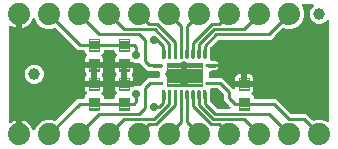
<source format=gtl>
G04 EAGLE Gerber RS-274X export*
G75*
%MOMM*%
%FSLAX34Y34*%
%LPD*%
%INTop Copper*%
%IPPOS*%
%AMOC8*
5,1,8,0,0,1.08239X$1,22.5*%
G01*
%ADD10C,0.100000*%
%ADD11C,1.000000*%
%ADD12C,0.100800*%
%ADD13C,0.102500*%
%ADD14C,1.879600*%
%ADD15C,0.736600*%
%ADD16C,0.660400*%
%ADD17C,0.254000*%

G36*
X14088Y12716D02*
X14088Y12716D01*
X14207Y12723D01*
X14245Y12736D01*
X14285Y12741D01*
X14396Y12785D01*
X14509Y12821D01*
X14544Y12843D01*
X14581Y12858D01*
X14677Y12928D01*
X14778Y12991D01*
X14806Y13021D01*
X14839Y13045D01*
X14914Y13136D01*
X14996Y13223D01*
X15016Y13258D01*
X15041Y13290D01*
X15092Y13397D01*
X15150Y13502D01*
X15160Y13541D01*
X15177Y13577D01*
X15199Y13694D01*
X15229Y13809D01*
X15233Y13870D01*
X15237Y13890D01*
X15235Y13910D01*
X15239Y13970D01*
X15239Y24385D01*
X15496Y24345D01*
X17283Y23764D01*
X18957Y22911D01*
X20478Y21806D01*
X21806Y20478D01*
X22911Y18957D01*
X23764Y17283D01*
X23915Y16818D01*
X23928Y16791D01*
X23935Y16762D01*
X23995Y16648D01*
X24050Y16530D01*
X24069Y16507D01*
X24083Y16481D01*
X24170Y16385D01*
X24253Y16285D01*
X24277Y16268D01*
X24297Y16246D01*
X24406Y16174D01*
X24510Y16098D01*
X24538Y16087D01*
X24563Y16071D01*
X24686Y16029D01*
X24806Y15981D01*
X24836Y15977D01*
X24864Y15968D01*
X24993Y15957D01*
X25121Y15941D01*
X25151Y15945D01*
X25181Y15942D01*
X25309Y15965D01*
X25437Y15981D01*
X25465Y15992D01*
X25494Y15997D01*
X25612Y16050D01*
X25733Y16098D01*
X25757Y16115D01*
X25784Y16127D01*
X25885Y16208D01*
X25990Y16284D01*
X26009Y16307D01*
X26033Y16326D01*
X26111Y16430D01*
X26193Y16529D01*
X26206Y16556D01*
X26224Y16580D01*
X26295Y16725D01*
X27548Y19750D01*
X31050Y23252D01*
X35624Y25147D01*
X40576Y25147D01*
X42524Y24340D01*
X42553Y24332D01*
X42579Y24319D01*
X42705Y24290D01*
X42831Y24256D01*
X42860Y24255D01*
X42889Y24249D01*
X43019Y24253D01*
X43149Y24251D01*
X43177Y24258D01*
X43207Y24259D01*
X43332Y24295D01*
X43458Y24325D01*
X43484Y24339D01*
X43512Y24347D01*
X43624Y24413D01*
X43739Y24474D01*
X43761Y24493D01*
X43786Y24508D01*
X43907Y24615D01*
X62101Y42809D01*
X66882Y42809D01*
X67000Y42824D01*
X67119Y42831D01*
X67157Y42844D01*
X67198Y42849D01*
X67308Y42892D01*
X67421Y42929D01*
X67456Y42951D01*
X67493Y42966D01*
X67589Y43035D01*
X67690Y43099D01*
X67718Y43129D01*
X67751Y43152D01*
X67827Y43244D01*
X67908Y43331D01*
X67928Y43366D01*
X67953Y43397D01*
X68004Y43505D01*
X68062Y43609D01*
X68072Y43649D01*
X68089Y43685D01*
X68111Y43802D01*
X68141Y43917D01*
X68145Y43977D01*
X68149Y43997D01*
X68147Y44018D01*
X68151Y44078D01*
X68151Y44960D01*
X69643Y46452D01*
X69716Y46546D01*
X69795Y46635D01*
X69813Y46671D01*
X69838Y46703D01*
X69885Y46812D01*
X69939Y46918D01*
X69948Y46958D01*
X69964Y46995D01*
X69983Y47113D01*
X70009Y47229D01*
X70008Y47269D01*
X70014Y47309D01*
X70003Y47428D01*
X69999Y47546D01*
X69988Y47585D01*
X69984Y47626D01*
X69944Y47738D01*
X69911Y47852D01*
X69890Y47887D01*
X69877Y47925D01*
X69810Y48023D01*
X69749Y48126D01*
X69710Y48171D01*
X69698Y48188D01*
X69683Y48201D01*
X69643Y48247D01*
X69267Y48623D01*
X68866Y49316D01*
X68659Y50090D01*
X68659Y52991D01*
X74970Y52991D01*
X75088Y53006D01*
X75207Y53013D01*
X75245Y53025D01*
X75285Y53031D01*
X75396Y53074D01*
X75509Y53111D01*
X75543Y53133D01*
X75581Y53148D01*
X75677Y53217D01*
X75778Y53281D01*
X75806Y53311D01*
X75838Y53334D01*
X75914Y53426D01*
X75996Y53513D01*
X76015Y53548D01*
X76041Y53579D01*
X76092Y53687D01*
X76149Y53791D01*
X76159Y53831D01*
X76177Y53867D01*
X76197Y53974D01*
X76201Y53944D01*
X76245Y53834D01*
X76281Y53721D01*
X76303Y53686D01*
X76318Y53649D01*
X76388Y53552D01*
X76451Y53452D01*
X76481Y53424D01*
X76505Y53391D01*
X76596Y53315D01*
X76683Y53234D01*
X76718Y53214D01*
X76750Y53189D01*
X76857Y53138D01*
X76962Y53080D01*
X77001Y53070D01*
X77037Y53053D01*
X77154Y53031D01*
X77270Y53001D01*
X77330Y52997D01*
X77350Y52993D01*
X77370Y52995D01*
X77430Y52991D01*
X83741Y52991D01*
X83741Y50090D01*
X83534Y49316D01*
X83133Y48623D01*
X82757Y48247D01*
X82684Y48153D01*
X82605Y48063D01*
X82587Y48027D01*
X82562Y47995D01*
X82515Y47886D01*
X82461Y47780D01*
X82452Y47741D01*
X82436Y47704D01*
X82417Y47586D01*
X82391Y47470D01*
X82392Y47430D01*
X82386Y47390D01*
X82397Y47271D01*
X82401Y47152D01*
X82412Y47113D01*
X82416Y47073D01*
X82456Y46961D01*
X82489Y46846D01*
X82510Y46812D01*
X82523Y46774D01*
X82590Y46675D01*
X82651Y46573D01*
X82690Y46527D01*
X82702Y46510D01*
X82717Y46497D01*
X82757Y46452D01*
X84249Y44960D01*
X84249Y44078D01*
X84264Y43960D01*
X84271Y43841D01*
X84284Y43803D01*
X84289Y43762D01*
X84332Y43652D01*
X84369Y43539D01*
X84391Y43504D01*
X84406Y43467D01*
X84475Y43371D01*
X84539Y43270D01*
X84569Y43242D01*
X84592Y43209D01*
X84684Y43133D01*
X84771Y43052D01*
X84806Y43032D01*
X84837Y43007D01*
X84945Y42956D01*
X85049Y42898D01*
X85089Y42888D01*
X85125Y42871D01*
X85242Y42849D01*
X85357Y42819D01*
X85417Y42815D01*
X85437Y42811D01*
X85458Y42813D01*
X85518Y42809D01*
X92282Y42809D01*
X92400Y42824D01*
X92519Y42831D01*
X92557Y42844D01*
X92598Y42849D01*
X92708Y42892D01*
X92821Y42929D01*
X92856Y42951D01*
X92893Y42966D01*
X92989Y43035D01*
X93090Y43099D01*
X93118Y43129D01*
X93151Y43152D01*
X93227Y43244D01*
X93308Y43331D01*
X93328Y43366D01*
X93353Y43397D01*
X93404Y43505D01*
X93462Y43609D01*
X93472Y43649D01*
X93489Y43685D01*
X93511Y43802D01*
X93541Y43917D01*
X93545Y43977D01*
X93549Y43997D01*
X93547Y44018D01*
X93551Y44078D01*
X93551Y44960D01*
X95043Y46452D01*
X95116Y46546D01*
X95195Y46635D01*
X95213Y46671D01*
X95238Y46703D01*
X95285Y46812D01*
X95339Y46918D01*
X95348Y46958D01*
X95364Y46995D01*
X95383Y47113D01*
X95409Y47229D01*
X95408Y47269D01*
X95414Y47309D01*
X95403Y47428D01*
X95399Y47546D01*
X95388Y47585D01*
X95384Y47626D01*
X95344Y47738D01*
X95311Y47852D01*
X95290Y47887D01*
X95277Y47925D01*
X95210Y48023D01*
X95149Y48126D01*
X95110Y48171D01*
X95098Y48188D01*
X95083Y48201D01*
X95043Y48247D01*
X94667Y48623D01*
X94266Y49316D01*
X94059Y50090D01*
X94059Y52991D01*
X100370Y52991D01*
X100488Y53006D01*
X100607Y53013D01*
X100645Y53025D01*
X100685Y53031D01*
X100796Y53074D01*
X100909Y53111D01*
X100943Y53133D01*
X100981Y53148D01*
X101077Y53217D01*
X101178Y53281D01*
X101206Y53311D01*
X101238Y53334D01*
X101314Y53426D01*
X101396Y53513D01*
X101415Y53548D01*
X101441Y53579D01*
X101492Y53687D01*
X101549Y53791D01*
X101559Y53831D01*
X101577Y53867D01*
X101597Y53974D01*
X101601Y53944D01*
X101645Y53834D01*
X101681Y53721D01*
X101703Y53686D01*
X101718Y53649D01*
X101788Y53552D01*
X101851Y53452D01*
X101881Y53424D01*
X101905Y53391D01*
X101996Y53315D01*
X102083Y53234D01*
X102118Y53214D01*
X102150Y53189D01*
X102257Y53138D01*
X102362Y53080D01*
X102401Y53070D01*
X102437Y53053D01*
X102554Y53031D01*
X102670Y53001D01*
X102730Y52997D01*
X102750Y52993D01*
X102770Y52995D01*
X102830Y52991D01*
X108404Y52991D01*
X108413Y52992D01*
X108422Y52991D01*
X108571Y53012D01*
X108719Y53031D01*
X108728Y53034D01*
X108737Y53035D01*
X108889Y53087D01*
X110421Y53722D01*
X113099Y53722D01*
X113606Y53512D01*
X113635Y53504D01*
X113661Y53491D01*
X113788Y53462D01*
X113913Y53428D01*
X113942Y53427D01*
X113971Y53421D01*
X114101Y53425D01*
X114231Y53423D01*
X114259Y53430D01*
X114289Y53431D01*
X114414Y53467D01*
X114540Y53497D01*
X114566Y53511D01*
X114594Y53519D01*
X114706Y53585D01*
X114821Y53646D01*
X114843Y53666D01*
X114868Y53680D01*
X114989Y53787D01*
X118620Y57417D01*
X121521Y60319D01*
X124277Y60319D01*
X124375Y60331D01*
X124474Y60334D01*
X124532Y60351D01*
X124592Y60359D01*
X124684Y60395D01*
X124779Y60423D01*
X124824Y60449D01*
X130302Y60449D01*
X130420Y60464D01*
X130539Y60471D01*
X130577Y60484D01*
X130618Y60489D01*
X130728Y60532D01*
X130841Y60569D01*
X130876Y60591D01*
X130913Y60606D01*
X131009Y60675D01*
X131110Y60739D01*
X131138Y60769D01*
X131171Y60792D01*
X131247Y60884D01*
X131328Y60971D01*
X131348Y61006D01*
X131373Y61037D01*
X131424Y61145D01*
X131482Y61249D01*
X131492Y61289D01*
X131509Y61325D01*
X131531Y61442D01*
X131561Y61557D01*
X131565Y61617D01*
X131569Y61637D01*
X131567Y61658D01*
X131571Y61718D01*
X131571Y65282D01*
X131556Y65400D01*
X131549Y65519D01*
X131536Y65557D01*
X131531Y65598D01*
X131488Y65708D01*
X131451Y65821D01*
X131429Y65856D01*
X131414Y65893D01*
X131345Y65989D01*
X131281Y66090D01*
X131251Y66118D01*
X131228Y66151D01*
X131136Y66227D01*
X131049Y66308D01*
X131014Y66328D01*
X130983Y66353D01*
X130875Y66404D01*
X130771Y66462D01*
X130731Y66472D01*
X130695Y66489D01*
X130578Y66511D01*
X130463Y66541D01*
X130403Y66545D01*
X130383Y66549D01*
X130362Y66547D01*
X130302Y66551D01*
X124818Y66551D01*
X124745Y66592D01*
X124687Y66607D01*
X124631Y66631D01*
X124533Y66646D01*
X124437Y66671D01*
X124337Y66677D01*
X124317Y66681D01*
X124305Y66679D01*
X124277Y66681D01*
X121261Y66681D01*
X114805Y73137D01*
X114782Y73155D01*
X114763Y73178D01*
X114657Y73252D01*
X114554Y73332D01*
X114527Y73344D01*
X114503Y73361D01*
X114382Y73407D01*
X114262Y73458D01*
X114233Y73463D01*
X114205Y73473D01*
X114077Y73488D01*
X113948Y73508D01*
X113919Y73505D01*
X113889Y73509D01*
X113761Y73490D01*
X113632Y73478D01*
X113604Y73468D01*
X113575Y73464D01*
X113422Y73412D01*
X113099Y73278D01*
X110421Y73278D01*
X108889Y73913D01*
X108880Y73915D01*
X108872Y73920D01*
X108727Y73957D01*
X108583Y73997D01*
X108573Y73997D01*
X108564Y73999D01*
X108404Y74009D01*
X102830Y74009D01*
X102712Y73994D01*
X102593Y73987D01*
X102555Y73974D01*
X102515Y73969D01*
X102404Y73926D01*
X102291Y73889D01*
X102257Y73867D01*
X102219Y73852D01*
X102123Y73783D01*
X102022Y73719D01*
X101994Y73689D01*
X101962Y73666D01*
X101886Y73574D01*
X101804Y73487D01*
X101785Y73452D01*
X101759Y73421D01*
X101708Y73313D01*
X101651Y73209D01*
X101641Y73169D01*
X101623Y73133D01*
X101603Y73026D01*
X101599Y73056D01*
X101555Y73166D01*
X101519Y73279D01*
X101497Y73314D01*
X101482Y73351D01*
X101412Y73447D01*
X101349Y73548D01*
X101319Y73576D01*
X101295Y73609D01*
X101204Y73685D01*
X101117Y73766D01*
X101082Y73786D01*
X101050Y73811D01*
X100943Y73862D01*
X100838Y73920D01*
X100799Y73930D01*
X100763Y73947D01*
X100646Y73969D01*
X100530Y73999D01*
X100470Y74003D01*
X100450Y74007D01*
X100430Y74005D01*
X100370Y74009D01*
X94059Y74009D01*
X94059Y76910D01*
X94266Y77684D01*
X94667Y78377D01*
X95043Y78753D01*
X95116Y78847D01*
X95195Y78937D01*
X95213Y78973D01*
X95238Y79005D01*
X95285Y79114D01*
X95339Y79220D01*
X95348Y79259D01*
X95364Y79296D01*
X95383Y79414D01*
X95409Y79530D01*
X95408Y79570D01*
X95414Y79610D01*
X95403Y79729D01*
X95399Y79848D01*
X95388Y79887D01*
X95384Y79927D01*
X95344Y80039D01*
X95311Y80154D01*
X95290Y80188D01*
X95277Y80226D01*
X95210Y80325D01*
X95149Y80427D01*
X95110Y80473D01*
X95098Y80490D01*
X95083Y80503D01*
X95043Y80548D01*
X93551Y82040D01*
X93551Y82922D01*
X93536Y83040D01*
X93529Y83159D01*
X93516Y83197D01*
X93511Y83238D01*
X93468Y83348D01*
X93431Y83461D01*
X93409Y83496D01*
X93394Y83533D01*
X93325Y83629D01*
X93261Y83730D01*
X93231Y83758D01*
X93208Y83791D01*
X93116Y83867D01*
X93029Y83948D01*
X92994Y83968D01*
X92963Y83993D01*
X92855Y84044D01*
X92751Y84102D01*
X92711Y84112D01*
X92675Y84129D01*
X92558Y84151D01*
X92443Y84181D01*
X92383Y84185D01*
X92363Y84189D01*
X92342Y84187D01*
X92282Y84191D01*
X85518Y84191D01*
X85400Y84176D01*
X85281Y84169D01*
X85243Y84156D01*
X85202Y84151D01*
X85092Y84108D01*
X84979Y84071D01*
X84944Y84049D01*
X84907Y84034D01*
X84811Y83965D01*
X84710Y83901D01*
X84682Y83871D01*
X84649Y83848D01*
X84573Y83756D01*
X84492Y83669D01*
X84472Y83634D01*
X84447Y83603D01*
X84396Y83495D01*
X84338Y83391D01*
X84328Y83351D01*
X84311Y83315D01*
X84289Y83198D01*
X84259Y83083D01*
X84255Y83023D01*
X84251Y83003D01*
X84253Y82982D01*
X84249Y82922D01*
X84249Y82040D01*
X82757Y80548D01*
X82684Y80454D01*
X82605Y80365D01*
X82587Y80329D01*
X82562Y80297D01*
X82515Y80188D01*
X82461Y80082D01*
X82452Y80042D01*
X82436Y80005D01*
X82417Y79887D01*
X82391Y79771D01*
X82392Y79731D01*
X82386Y79691D01*
X82397Y79572D01*
X82401Y79454D01*
X82412Y79415D01*
X82416Y79374D01*
X82456Y79262D01*
X82489Y79148D01*
X82510Y79113D01*
X82523Y79075D01*
X82590Y78977D01*
X82651Y78874D01*
X82690Y78829D01*
X82702Y78812D01*
X82717Y78799D01*
X82757Y78753D01*
X83133Y78377D01*
X83534Y77684D01*
X83741Y76910D01*
X83741Y74009D01*
X77430Y74009D01*
X77312Y73994D01*
X77193Y73987D01*
X77155Y73974D01*
X77115Y73969D01*
X77004Y73926D01*
X76891Y73889D01*
X76857Y73867D01*
X76819Y73852D01*
X76723Y73783D01*
X76622Y73719D01*
X76594Y73689D01*
X76562Y73666D01*
X76486Y73574D01*
X76404Y73487D01*
X76385Y73452D01*
X76359Y73421D01*
X76308Y73313D01*
X76251Y73209D01*
X76241Y73169D01*
X76223Y73133D01*
X76203Y73026D01*
X76199Y73056D01*
X76155Y73166D01*
X76119Y73279D01*
X76097Y73314D01*
X76082Y73351D01*
X76012Y73447D01*
X75949Y73548D01*
X75919Y73576D01*
X75895Y73609D01*
X75804Y73685D01*
X75717Y73766D01*
X75682Y73786D01*
X75650Y73811D01*
X75543Y73862D01*
X75438Y73920D01*
X75399Y73930D01*
X75363Y73947D01*
X75246Y73969D01*
X75130Y73999D01*
X75070Y74003D01*
X75050Y74007D01*
X75030Y74005D01*
X74970Y74009D01*
X68659Y74009D01*
X68659Y76910D01*
X68866Y77684D01*
X69267Y78377D01*
X69643Y78753D01*
X69716Y78847D01*
X69795Y78937D01*
X69813Y78973D01*
X69838Y79005D01*
X69885Y79114D01*
X69939Y79220D01*
X69948Y79259D01*
X69964Y79296D01*
X69983Y79414D01*
X70009Y79530D01*
X70008Y79570D01*
X70014Y79610D01*
X70003Y79729D01*
X69999Y79848D01*
X69988Y79887D01*
X69984Y79927D01*
X69944Y80039D01*
X69911Y80154D01*
X69890Y80188D01*
X69877Y80226D01*
X69810Y80325D01*
X69749Y80427D01*
X69710Y80473D01*
X69698Y80490D01*
X69683Y80503D01*
X69643Y80548D01*
X68151Y82040D01*
X68151Y82922D01*
X68136Y83040D01*
X68129Y83159D01*
X68116Y83197D01*
X68111Y83238D01*
X68068Y83348D01*
X68031Y83461D01*
X68009Y83496D01*
X67994Y83533D01*
X67925Y83629D01*
X67861Y83730D01*
X67831Y83758D01*
X67808Y83791D01*
X67716Y83867D01*
X67629Y83948D01*
X67594Y83968D01*
X67563Y83993D01*
X67455Y84044D01*
X67351Y84102D01*
X67311Y84112D01*
X67275Y84129D01*
X67158Y84151D01*
X67043Y84181D01*
X66983Y84185D01*
X66963Y84189D01*
X66942Y84187D01*
X66882Y84191D01*
X62101Y84191D01*
X43907Y102385D01*
X43884Y102403D01*
X43865Y102426D01*
X43759Y102500D01*
X43656Y102580D01*
X43629Y102592D01*
X43605Y102609D01*
X43483Y102655D01*
X43364Y102706D01*
X43335Y102711D01*
X43307Y102722D01*
X43178Y102736D01*
X43050Y102756D01*
X43021Y102753D01*
X42991Y102757D01*
X42863Y102739D01*
X42733Y102726D01*
X42706Y102716D01*
X42676Y102712D01*
X42524Y102660D01*
X40576Y101853D01*
X35624Y101853D01*
X31050Y103748D01*
X27548Y107250D01*
X26295Y110275D01*
X26280Y110301D01*
X26271Y110330D01*
X26201Y110439D01*
X26137Y110552D01*
X26116Y110573D01*
X26100Y110598D01*
X26006Y110687D01*
X25916Y110780D01*
X25890Y110796D01*
X25869Y110816D01*
X25755Y110879D01*
X25645Y110946D01*
X25616Y110955D01*
X25590Y110969D01*
X25465Y111002D01*
X25341Y111040D01*
X25311Y111041D01*
X25282Y111049D01*
X25152Y111049D01*
X25023Y111055D01*
X24994Y111049D01*
X24964Y111049D01*
X24839Y111017D01*
X24712Y110991D01*
X24685Y110978D01*
X24656Y110970D01*
X24543Y110908D01*
X24426Y110851D01*
X24403Y110832D01*
X24377Y110817D01*
X24283Y110729D01*
X24184Y110645D01*
X24167Y110620D01*
X24145Y110600D01*
X24076Y110491D01*
X24001Y110385D01*
X23990Y110357D01*
X23974Y110331D01*
X23915Y110182D01*
X23764Y109717D01*
X22911Y108043D01*
X21806Y106522D01*
X20478Y105194D01*
X18957Y104089D01*
X17283Y103236D01*
X15496Y102655D01*
X15239Y102615D01*
X15239Y113030D01*
X15224Y113148D01*
X15217Y113267D01*
X15204Y113305D01*
X15199Y113345D01*
X15156Y113456D01*
X15119Y113569D01*
X15097Y113603D01*
X15082Y113641D01*
X15012Y113737D01*
X14949Y113838D01*
X14919Y113866D01*
X14895Y113898D01*
X14804Y113974D01*
X14717Y114056D01*
X14682Y114075D01*
X14651Y114101D01*
X14543Y114152D01*
X14439Y114209D01*
X14399Y114220D01*
X14363Y114237D01*
X14246Y114259D01*
X14131Y114289D01*
X14070Y114293D01*
X14050Y114297D01*
X14030Y114295D01*
X13970Y114299D01*
X11430Y114299D01*
X11312Y114284D01*
X11193Y114277D01*
X11155Y114264D01*
X11114Y114259D01*
X11004Y114215D01*
X10891Y114179D01*
X10856Y114157D01*
X10819Y114142D01*
X10723Y114072D01*
X10622Y114009D01*
X10594Y113979D01*
X10561Y113955D01*
X10486Y113864D01*
X10404Y113777D01*
X10384Y113742D01*
X10359Y113710D01*
X10308Y113603D01*
X10250Y113498D01*
X10240Y113459D01*
X10223Y113423D01*
X10201Y113306D01*
X10171Y113191D01*
X10167Y113130D01*
X10163Y113110D01*
X10165Y113090D01*
X10161Y113030D01*
X10161Y102615D01*
X9904Y102655D01*
X8117Y103236D01*
X6443Y104089D01*
X6080Y104353D01*
X6045Y104372D01*
X6015Y104397D01*
X5906Y104448D01*
X5801Y104506D01*
X5763Y104516D01*
X5727Y104533D01*
X5609Y104555D01*
X5493Y104585D01*
X5454Y104585D01*
X5414Y104592D01*
X5295Y104585D01*
X5175Y104585D01*
X5137Y104575D01*
X5097Y104573D01*
X4983Y104536D01*
X4867Y104506D01*
X4832Y104487D01*
X4795Y104475D01*
X4694Y104411D01*
X4589Y104353D01*
X4559Y104326D01*
X4526Y104305D01*
X4444Y104217D01*
X4357Y104135D01*
X4335Y104102D01*
X4308Y104073D01*
X4250Y103968D01*
X4186Y103867D01*
X4174Y103829D01*
X4154Y103794D01*
X4125Y103679D01*
X4087Y103565D01*
X4085Y103525D01*
X4075Y103486D01*
X4065Y103326D01*
X4065Y23674D01*
X4070Y23635D01*
X4067Y23595D01*
X4090Y23477D01*
X4105Y23359D01*
X4119Y23322D01*
X4127Y23283D01*
X4178Y23174D01*
X4222Y23063D01*
X4245Y23031D01*
X4262Y22995D01*
X4338Y22903D01*
X4408Y22806D01*
X4439Y22780D01*
X4464Y22750D01*
X4561Y22679D01*
X4653Y22603D01*
X4689Y22586D01*
X4722Y22562D01*
X4833Y22518D01*
X4941Y22467D01*
X4980Y22460D01*
X5017Y22445D01*
X5136Y22430D01*
X5253Y22408D01*
X5293Y22410D01*
X5333Y22405D01*
X5452Y22420D01*
X5571Y22427D01*
X5609Y22440D01*
X5648Y22445D01*
X5760Y22488D01*
X5873Y22525D01*
X5907Y22547D01*
X5944Y22561D01*
X6080Y22647D01*
X6443Y22911D01*
X8117Y23764D01*
X9904Y24345D01*
X10161Y24385D01*
X10161Y13970D01*
X10176Y13852D01*
X10183Y13733D01*
X10196Y13695D01*
X10201Y13655D01*
X10244Y13544D01*
X10281Y13431D01*
X10303Y13397D01*
X10318Y13359D01*
X10388Y13263D01*
X10451Y13162D01*
X10481Y13134D01*
X10504Y13102D01*
X10596Y13026D01*
X10683Y12944D01*
X10718Y12925D01*
X10749Y12899D01*
X10857Y12848D01*
X10961Y12791D01*
X11001Y12780D01*
X11037Y12763D01*
X11154Y12741D01*
X11269Y12711D01*
X11330Y12707D01*
X11350Y12703D01*
X11370Y12705D01*
X11430Y12701D01*
X13970Y12701D01*
X14088Y12716D01*
G37*
G36*
X274095Y23235D02*
X274095Y23235D01*
X274205Y23233D01*
X274253Y23245D01*
X274303Y23248D01*
X274407Y23282D01*
X274514Y23307D01*
X274558Y23331D01*
X274605Y23346D01*
X274698Y23405D01*
X274795Y23456D01*
X274832Y23490D01*
X274874Y23516D01*
X274949Y23596D01*
X275031Y23670D01*
X275058Y23712D01*
X275092Y23748D01*
X275145Y23844D01*
X275205Y23936D01*
X275222Y23983D01*
X275246Y24026D01*
X275273Y24133D01*
X275309Y24237D01*
X275313Y24286D01*
X275325Y24334D01*
X275335Y24495D01*
X275335Y108488D01*
X275318Y108626D01*
X275305Y108765D01*
X275298Y108784D01*
X275295Y108804D01*
X275244Y108933D01*
X275197Y109064D01*
X275186Y109081D01*
X275178Y109100D01*
X275097Y109212D01*
X275019Y109327D01*
X275003Y109341D01*
X274992Y109357D01*
X274884Y109446D01*
X274780Y109538D01*
X274762Y109547D01*
X274747Y109560D01*
X274621Y109619D01*
X274497Y109682D01*
X274477Y109687D01*
X274459Y109695D01*
X274323Y109721D01*
X274187Y109752D01*
X274166Y109751D01*
X274147Y109755D01*
X274008Y109746D01*
X273869Y109742D01*
X273849Y109737D01*
X273829Y109735D01*
X273697Y109693D01*
X273563Y109654D01*
X273546Y109644D01*
X273527Y109637D01*
X273409Y109563D01*
X273289Y109492D01*
X273268Y109474D01*
X273258Y109467D01*
X273244Y109452D01*
X273169Y109386D01*
X271259Y107477D01*
X268301Y106251D01*
X265099Y106251D01*
X262141Y107477D01*
X259877Y109741D01*
X258651Y112699D01*
X258651Y115901D01*
X259877Y118859D01*
X261786Y120769D01*
X261871Y120878D01*
X261960Y120985D01*
X261968Y121004D01*
X261981Y121020D01*
X262036Y121148D01*
X262095Y121273D01*
X262099Y121293D01*
X262107Y121312D01*
X262129Y121450D01*
X262155Y121586D01*
X262154Y121606D01*
X262157Y121626D01*
X262144Y121765D01*
X262135Y121903D01*
X262129Y121922D01*
X262127Y121942D01*
X262080Y122074D01*
X262037Y122205D01*
X262026Y122223D01*
X262020Y122242D01*
X261942Y122357D01*
X261867Y122474D01*
X261852Y122488D01*
X261841Y122505D01*
X261737Y122597D01*
X261636Y122692D01*
X261618Y122702D01*
X261603Y122715D01*
X261478Y122779D01*
X261357Y122846D01*
X261337Y122851D01*
X261319Y122860D01*
X261184Y122890D01*
X261049Y122925D01*
X261021Y122927D01*
X261009Y122930D01*
X260989Y122929D01*
X260888Y122935D01*
X253095Y122935D01*
X253046Y122929D01*
X252996Y122931D01*
X252889Y122909D01*
X252779Y122895D01*
X252733Y122877D01*
X252685Y122867D01*
X252586Y122819D01*
X252484Y122778D01*
X252444Y122749D01*
X252399Y122727D01*
X252315Y122656D01*
X252226Y122592D01*
X252195Y122553D01*
X252157Y122521D01*
X252094Y122431D01*
X252024Y122347D01*
X252002Y122302D01*
X251974Y122261D01*
X251935Y122158D01*
X251888Y122059D01*
X251879Y122010D01*
X251861Y121964D01*
X251849Y121854D01*
X251828Y121747D01*
X251831Y121697D01*
X251826Y121648D01*
X251841Y121539D01*
X251848Y121429D01*
X251863Y121382D01*
X251870Y121333D01*
X251922Y121180D01*
X253747Y116776D01*
X253747Y111824D01*
X251852Y107250D01*
X248350Y103748D01*
X243776Y101853D01*
X238824Y101853D01*
X236876Y102660D01*
X236847Y102668D01*
X236821Y102681D01*
X236695Y102710D01*
X236569Y102744D01*
X236540Y102745D01*
X236511Y102751D01*
X236381Y102747D01*
X236251Y102749D01*
X236223Y102742D01*
X236193Y102741D01*
X236068Y102705D01*
X235942Y102675D01*
X235916Y102661D01*
X235888Y102653D01*
X235776Y102587D01*
X235661Y102526D01*
X235639Y102507D01*
X235614Y102492D01*
X235493Y102385D01*
X228972Y95865D01*
X226071Y92963D01*
X181647Y92963D01*
X181548Y92951D01*
X181449Y92948D01*
X181391Y92931D01*
X181331Y92923D01*
X181239Y92887D01*
X181144Y92859D01*
X181092Y92829D01*
X181035Y92806D01*
X180955Y92748D01*
X180870Y92698D01*
X180795Y92632D01*
X180778Y92620D01*
X180770Y92610D01*
X180749Y92592D01*
X174720Y86563D01*
X174660Y86485D01*
X174592Y86412D01*
X174563Y86359D01*
X174526Y86312D01*
X174486Y86221D01*
X174438Y86134D01*
X174423Y86075D01*
X174399Y86020D01*
X174384Y85922D01*
X174359Y85826D01*
X174353Y85726D01*
X174349Y85706D01*
X174351Y85693D01*
X174349Y85665D01*
X174349Y79319D01*
X174368Y79163D01*
X174388Y79005D01*
X174388Y79004D01*
X174389Y79004D01*
X174449Y78851D01*
X174505Y78709D01*
X174505Y78708D01*
X174506Y78708D01*
X174506Y78707D01*
X174513Y78696D01*
X174409Y78034D01*
X174407Y77975D01*
X174395Y77916D01*
X174402Y77816D01*
X174399Y77716D01*
X174411Y77658D01*
X174415Y77599D01*
X174455Y77443D01*
X174528Y77220D01*
X174487Y77140D01*
X174467Y77084D01*
X174438Y77032D01*
X174413Y76935D01*
X174379Y76841D01*
X174374Y76782D01*
X174359Y76724D01*
X174349Y76564D01*
X174349Y76210D01*
X174364Y76092D01*
X174371Y75973D01*
X174384Y75935D01*
X174389Y75894D01*
X174432Y75784D01*
X174469Y75671D01*
X174491Y75636D01*
X174506Y75599D01*
X174575Y75503D01*
X174639Y75402D01*
X174669Y75374D01*
X174692Y75341D01*
X174784Y75265D01*
X174871Y75184D01*
X174906Y75164D01*
X174937Y75139D01*
X175045Y75088D01*
X175149Y75030D01*
X175189Y75020D01*
X175225Y75003D01*
X175342Y74981D01*
X175457Y74951D01*
X175517Y74947D01*
X175537Y74943D01*
X175558Y74945D01*
X175618Y74941D01*
X178797Y74941D01*
X179571Y74733D01*
X180266Y74332D01*
X180832Y73766D01*
X181233Y73071D01*
X181441Y72297D01*
X181441Y72269D01*
X178562Y72269D01*
X178444Y72254D01*
X178325Y72247D01*
X178287Y72235D01*
X178246Y72230D01*
X178136Y72186D01*
X178023Y72149D01*
X177988Y72127D01*
X177951Y72113D01*
X177949Y72111D01*
X177949Y72350D01*
X177913Y72397D01*
X177906Y72392D01*
X177900Y72399D01*
X171800Y72399D01*
X171795Y72396D01*
X171792Y72399D01*
X171375Y72333D01*
X171367Y72324D01*
X171360Y72328D01*
X170984Y72136D01*
X170979Y72126D01*
X170972Y72127D01*
X170673Y71828D01*
X170671Y71817D01*
X170664Y71816D01*
X170472Y71440D01*
X170473Y71437D01*
X170472Y71436D01*
X170473Y71434D01*
X170474Y71429D01*
X170467Y71425D01*
X170401Y71008D01*
X170407Y70998D01*
X170401Y70992D01*
X170467Y70575D01*
X170476Y70567D01*
X170472Y70560D01*
X170664Y70184D01*
X170674Y70179D01*
X170673Y70172D01*
X170972Y69873D01*
X170983Y69871D01*
X170984Y69864D01*
X171360Y69672D01*
X171372Y69674D01*
X171375Y69667D01*
X171792Y69601D01*
X171797Y69604D01*
X171800Y69601D01*
X177900Y69601D01*
X177947Y69637D01*
X177942Y69644D01*
X177949Y69650D01*
X177949Y69896D01*
X177989Y69878D01*
X178093Y69820D01*
X178133Y69810D01*
X178169Y69793D01*
X178286Y69771D01*
X178401Y69741D01*
X178461Y69737D01*
X178481Y69733D01*
X178502Y69734D01*
X178562Y69731D01*
X181441Y69731D01*
X181441Y69703D01*
X181233Y68929D01*
X180832Y68234D01*
X180266Y67668D01*
X179571Y67267D01*
X178797Y67059D01*
X177053Y67059D01*
X176954Y67047D01*
X176855Y67044D01*
X176797Y67027D01*
X176737Y67019D01*
X176645Y66983D01*
X176550Y66955D01*
X176498Y66925D01*
X176441Y66902D01*
X176361Y66844D01*
X176276Y66794D01*
X176200Y66728D01*
X176184Y66716D01*
X176176Y66706D01*
X176155Y66687D01*
X175507Y66039D01*
X174498Y66039D01*
X174380Y66024D01*
X174261Y66017D01*
X174223Y66004D01*
X174182Y65999D01*
X174072Y65956D01*
X173959Y65919D01*
X173924Y65897D01*
X173887Y65882D01*
X173791Y65813D01*
X173690Y65749D01*
X173662Y65719D01*
X173629Y65696D01*
X173553Y65604D01*
X173472Y65517D01*
X173452Y65482D01*
X173427Y65451D01*
X173376Y65343D01*
X173318Y65239D01*
X173308Y65199D01*
X173291Y65163D01*
X173269Y65046D01*
X173239Y64931D01*
X173235Y64871D01*
X173231Y64851D01*
X173233Y64830D01*
X173232Y64826D01*
X173231Y64821D01*
X173232Y64815D01*
X173229Y64770D01*
X173229Y61718D01*
X173244Y61600D01*
X173251Y61481D01*
X173264Y61443D01*
X173269Y61402D01*
X173312Y61292D01*
X173349Y61179D01*
X173371Y61144D01*
X173386Y61107D01*
X173455Y61011D01*
X173519Y60910D01*
X173549Y60882D01*
X173572Y60849D01*
X173664Y60773D01*
X173751Y60692D01*
X173786Y60672D01*
X173817Y60647D01*
X173925Y60596D01*
X174029Y60538D01*
X174069Y60528D01*
X174105Y60511D01*
X174222Y60489D01*
X174337Y60459D01*
X174397Y60455D01*
X174417Y60451D01*
X174438Y60453D01*
X174498Y60449D01*
X179982Y60449D01*
X180055Y60408D01*
X180113Y60393D01*
X180169Y60369D01*
X180267Y60354D01*
X180363Y60329D01*
X180463Y60323D01*
X180483Y60319D01*
X180495Y60321D01*
X180523Y60319D01*
X184549Y60319D01*
X193493Y51375D01*
X193602Y51290D01*
X193709Y51201D01*
X193728Y51193D01*
X193744Y51180D01*
X193872Y51125D01*
X193997Y51066D01*
X194017Y51062D01*
X194036Y51054D01*
X194174Y51032D01*
X194310Y51006D01*
X194330Y51007D01*
X194350Y51004D01*
X194489Y51017D01*
X194627Y51026D01*
X194646Y51032D01*
X194666Y51034D01*
X194798Y51081D01*
X194929Y51124D01*
X194947Y51134D01*
X194966Y51141D01*
X195081Y51219D01*
X195198Y51294D01*
X195212Y51309D01*
X195229Y51320D01*
X195321Y51424D01*
X195416Y51525D01*
X195426Y51543D01*
X195439Y51558D01*
X195503Y51682D01*
X195570Y51804D01*
X195575Y51824D01*
X195584Y51842D01*
X195614Y51977D01*
X195649Y52112D01*
X195651Y52140D01*
X195654Y52152D01*
X195653Y52172D01*
X195659Y52273D01*
X195659Y52991D01*
X201970Y52991D01*
X202088Y53006D01*
X202207Y53013D01*
X202245Y53025D01*
X202285Y53031D01*
X202396Y53074D01*
X202509Y53111D01*
X202543Y53133D01*
X202581Y53148D01*
X202677Y53217D01*
X202778Y53281D01*
X202806Y53311D01*
X202838Y53334D01*
X202914Y53426D01*
X202996Y53513D01*
X203015Y53548D01*
X203041Y53579D01*
X203092Y53687D01*
X203149Y53791D01*
X203159Y53831D01*
X203177Y53867D01*
X203197Y53974D01*
X203201Y53944D01*
X203245Y53834D01*
X203281Y53721D01*
X203303Y53686D01*
X203318Y53649D01*
X203388Y53552D01*
X203451Y53452D01*
X203481Y53424D01*
X203505Y53391D01*
X203596Y53315D01*
X203683Y53234D01*
X203718Y53214D01*
X203750Y53189D01*
X203857Y53138D01*
X203962Y53080D01*
X204001Y53070D01*
X204037Y53053D01*
X204154Y53031D01*
X204270Y53001D01*
X204330Y52997D01*
X204350Y52993D01*
X204370Y52995D01*
X204430Y52991D01*
X210741Y52991D01*
X210741Y50090D01*
X210534Y49316D01*
X210133Y48623D01*
X209757Y48247D01*
X209684Y48153D01*
X209605Y48063D01*
X209587Y48027D01*
X209562Y47995D01*
X209515Y47886D01*
X209461Y47780D01*
X209452Y47741D01*
X209436Y47704D01*
X209417Y47586D01*
X209391Y47470D01*
X209392Y47430D01*
X209386Y47390D01*
X209397Y47271D01*
X209401Y47152D01*
X209412Y47113D01*
X209416Y47073D01*
X209456Y46961D01*
X209489Y46846D01*
X209510Y46812D01*
X209523Y46774D01*
X209590Y46675D01*
X209651Y46573D01*
X209690Y46527D01*
X209702Y46510D01*
X209717Y46497D01*
X209757Y46452D01*
X211249Y44960D01*
X211249Y44078D01*
X211264Y43960D01*
X211271Y43841D01*
X211284Y43803D01*
X211289Y43762D01*
X211332Y43652D01*
X211369Y43539D01*
X211391Y43504D01*
X211406Y43467D01*
X211475Y43371D01*
X211539Y43270D01*
X211569Y43242D01*
X211592Y43209D01*
X211684Y43133D01*
X211771Y43052D01*
X211806Y43032D01*
X211837Y43007D01*
X211945Y42956D01*
X212049Y42898D01*
X212089Y42888D01*
X212125Y42871D01*
X212242Y42849D01*
X212357Y42819D01*
X212417Y42815D01*
X212437Y42811D01*
X212458Y42813D01*
X212518Y42809D01*
X229999Y42809D01*
X242717Y30090D01*
X242795Y30030D01*
X242868Y29962D01*
X242921Y29933D01*
X242968Y29896D01*
X243059Y29856D01*
X243146Y29808D01*
X243205Y29793D01*
X243260Y29769D01*
X243358Y29754D01*
X243454Y29729D01*
X243554Y29723D01*
X243574Y29719D01*
X243587Y29721D01*
X243615Y29719D01*
X255789Y29719D01*
X260893Y24615D01*
X260916Y24597D01*
X260935Y24574D01*
X261041Y24499D01*
X261144Y24420D01*
X261171Y24408D01*
X261195Y24391D01*
X261317Y24345D01*
X261436Y24294D01*
X261465Y24289D01*
X261493Y24279D01*
X261622Y24264D01*
X261750Y24244D01*
X261779Y24247D01*
X261809Y24243D01*
X261937Y24261D01*
X262067Y24274D01*
X262094Y24284D01*
X262124Y24288D01*
X262276Y24340D01*
X264224Y25147D01*
X269176Y25147D01*
X273580Y23322D01*
X273628Y23309D01*
X273673Y23288D01*
X273781Y23267D01*
X273887Y23238D01*
X273937Y23238D01*
X273986Y23228D01*
X274095Y23235D01*
G37*
G36*
X152947Y53293D02*
X152947Y53293D01*
X152966Y53291D01*
X153127Y53307D01*
X153315Y53336D01*
X153368Y53352D01*
X153408Y53357D01*
X153454Y53375D01*
X153545Y53395D01*
X153601Y53419D01*
X153620Y53425D01*
X153638Y53435D01*
X153693Y53459D01*
X153862Y53545D01*
X153878Y53556D01*
X153896Y53563D01*
X154032Y53649D01*
X154416Y53929D01*
X154445Y53956D01*
X154478Y53977D01*
X154560Y54064D01*
X154648Y54146D01*
X154669Y54180D01*
X154696Y54208D01*
X154754Y54314D01*
X154818Y54415D01*
X154830Y54452D01*
X154849Y54487D01*
X154880Y54603D01*
X154917Y54717D01*
X154919Y54757D01*
X154929Y54795D01*
X154939Y54955D01*
X154939Y60961D01*
X164592Y60961D01*
X164710Y60976D01*
X164829Y60983D01*
X164867Y60996D01*
X164908Y61001D01*
X165018Y61044D01*
X165131Y61081D01*
X165166Y61103D01*
X165203Y61118D01*
X165299Y61188D01*
X165400Y61251D01*
X165428Y61281D01*
X165461Y61305D01*
X165537Y61396D01*
X165618Y61483D01*
X165638Y61518D01*
X165663Y61549D01*
X165714Y61657D01*
X165772Y61761D01*
X165782Y61801D01*
X165799Y61837D01*
X165821Y61954D01*
X165851Y62069D01*
X165855Y62130D01*
X165859Y62150D01*
X165857Y62170D01*
X165861Y62230D01*
X165861Y64770D01*
X165846Y64888D01*
X165839Y65007D01*
X165826Y65045D01*
X165821Y65085D01*
X165778Y65196D01*
X165741Y65309D01*
X165719Y65344D01*
X165704Y65381D01*
X165635Y65477D01*
X165571Y65578D01*
X165541Y65606D01*
X165518Y65638D01*
X165426Y65714D01*
X165339Y65796D01*
X165304Y65815D01*
X165273Y65841D01*
X165165Y65892D01*
X165061Y65949D01*
X165021Y65960D01*
X164985Y65977D01*
X164868Y65999D01*
X164753Y66029D01*
X164693Y66033D01*
X164673Y66037D01*
X164652Y66035D01*
X164592Y66039D01*
X154939Y66039D01*
X154939Y72045D01*
X154934Y72084D01*
X154937Y72123D01*
X154914Y72241D01*
X154899Y72360D01*
X154885Y72397D01*
X154877Y72435D01*
X154826Y72544D01*
X154782Y72656D01*
X154759Y72688D01*
X154742Y72723D01*
X154666Y72816D01*
X154595Y72913D01*
X154565Y72938D01*
X154540Y72969D01*
X154416Y73071D01*
X154032Y73351D01*
X154015Y73360D01*
X154000Y73373D01*
X153862Y73455D01*
X153693Y73541D01*
X153581Y73581D01*
X153472Y73628D01*
X153412Y73642D01*
X153393Y73649D01*
X153373Y73651D01*
X153315Y73664D01*
X153127Y73693D01*
X153107Y73694D01*
X153089Y73699D01*
X152928Y73709D01*
X151872Y73709D01*
X151853Y73707D01*
X151834Y73709D01*
X151673Y73693D01*
X151485Y73664D01*
X151371Y73631D01*
X151255Y73605D01*
X151200Y73581D01*
X151180Y73575D01*
X151163Y73565D01*
X151107Y73541D01*
X150938Y73455D01*
X150922Y73444D01*
X150904Y73437D01*
X150768Y73351D01*
X150384Y73071D01*
X150355Y73044D01*
X150322Y73023D01*
X150240Y72936D01*
X150152Y72854D01*
X150131Y72820D01*
X150104Y72792D01*
X150046Y72687D01*
X149982Y72585D01*
X149969Y72548D01*
X149950Y72513D01*
X149921Y72397D01*
X149883Y72283D01*
X149881Y72243D01*
X149871Y72205D01*
X149861Y72045D01*
X149861Y66039D01*
X140208Y66039D01*
X140090Y66024D01*
X139971Y66017D01*
X139933Y66004D01*
X139892Y65999D01*
X139782Y65955D01*
X139669Y65919D01*
X139634Y65897D01*
X139597Y65882D01*
X139501Y65812D01*
X139400Y65749D01*
X139372Y65719D01*
X139339Y65695D01*
X139263Y65604D01*
X139182Y65517D01*
X139162Y65482D01*
X139137Y65450D01*
X139086Y65343D01*
X139028Y65239D01*
X139018Y65199D01*
X139001Y65163D01*
X138979Y65046D01*
X138949Y64931D01*
X138945Y64870D01*
X138941Y64850D01*
X138943Y64830D01*
X138942Y64826D01*
X138941Y64821D01*
X138942Y64815D01*
X138939Y64770D01*
X138939Y62230D01*
X138954Y62112D01*
X138961Y61993D01*
X138974Y61955D01*
X138979Y61915D01*
X139022Y61804D01*
X139059Y61691D01*
X139081Y61656D01*
X139096Y61619D01*
X139165Y61523D01*
X139229Y61422D01*
X139259Y61394D01*
X139282Y61361D01*
X139374Y61286D01*
X139461Y61204D01*
X139496Y61184D01*
X139527Y61159D01*
X139635Y61108D01*
X139739Y61050D01*
X139779Y61040D01*
X139815Y61023D01*
X139932Y61001D01*
X140047Y60971D01*
X140107Y60967D01*
X140127Y60963D01*
X140148Y60965D01*
X140208Y60961D01*
X149861Y60961D01*
X149861Y54956D01*
X149866Y54916D01*
X149863Y54877D01*
X149886Y54759D01*
X149901Y54640D01*
X149915Y54603D01*
X149922Y54565D01*
X149974Y54456D01*
X150018Y54344D01*
X150041Y54312D01*
X150058Y54277D01*
X150134Y54184D01*
X150205Y54087D01*
X150235Y54062D01*
X150260Y54031D01*
X150384Y53929D01*
X150768Y53649D01*
X150785Y53640D01*
X150800Y53627D01*
X150938Y53545D01*
X151107Y53459D01*
X151213Y53421D01*
X151239Y53407D01*
X151260Y53401D01*
X151328Y53372D01*
X151388Y53358D01*
X151407Y53351D01*
X151427Y53349D01*
X151485Y53336D01*
X151673Y53307D01*
X151693Y53306D01*
X151711Y53301D01*
X151872Y53291D01*
X152928Y53291D01*
X152947Y53293D01*
G37*
%LPC*%
G36*
X23799Y55451D02*
X23799Y55451D01*
X20841Y56677D01*
X18577Y58941D01*
X17351Y61899D01*
X17351Y65101D01*
X18577Y68059D01*
X20841Y70323D01*
X23799Y71549D01*
X27001Y71549D01*
X29959Y70323D01*
X32223Y68059D01*
X33449Y65101D01*
X33449Y61899D01*
X32223Y58941D01*
X29959Y56677D01*
X27001Y55451D01*
X23799Y55451D01*
G37*
%LPD*%
G36*
X190609Y34054D02*
X190609Y34054D01*
X190748Y34067D01*
X190767Y34074D01*
X190787Y34077D01*
X190916Y34128D01*
X191047Y34175D01*
X191064Y34186D01*
X191083Y34194D01*
X191195Y34275D01*
X191310Y34353D01*
X191324Y34369D01*
X191340Y34380D01*
X191429Y34488D01*
X191521Y34592D01*
X191530Y34610D01*
X191543Y34625D01*
X191602Y34751D01*
X191665Y34875D01*
X191670Y34895D01*
X191678Y34913D01*
X191704Y35050D01*
X191735Y35185D01*
X191734Y35206D01*
X191738Y35225D01*
X191729Y35364D01*
X191725Y35503D01*
X191720Y35523D01*
X191718Y35543D01*
X191676Y35675D01*
X191637Y35809D01*
X191627Y35826D01*
X191620Y35845D01*
X191546Y35963D01*
X191475Y36083D01*
X191457Y36104D01*
X191450Y36114D01*
X191435Y36128D01*
X191369Y36203D01*
X190500Y37072D01*
X190500Y37073D01*
X186181Y41391D01*
X186181Y45945D01*
X186169Y46044D01*
X186166Y46143D01*
X186149Y46201D01*
X186141Y46261D01*
X186105Y46353D01*
X186077Y46448D01*
X186047Y46500D01*
X186024Y46557D01*
X185966Y46637D01*
X185916Y46722D01*
X185850Y46797D01*
X185838Y46814D01*
X185828Y46822D01*
X185810Y46843D01*
X181382Y51271D01*
X181288Y51344D01*
X181198Y51422D01*
X181162Y51441D01*
X181131Y51465D01*
X181021Y51513D01*
X180915Y51567D01*
X180876Y51576D01*
X180839Y51592D01*
X180721Y51610D01*
X180605Y51637D01*
X180564Y51635D01*
X180525Y51642D01*
X180406Y51630D01*
X180287Y51627D01*
X180248Y51616D01*
X180208Y51612D01*
X180096Y51572D01*
X180026Y51551D01*
X175697Y51551D01*
X175598Y51539D01*
X175499Y51536D01*
X175441Y51519D01*
X175381Y51511D01*
X175289Y51475D01*
X175193Y51447D01*
X175141Y51417D01*
X175085Y51394D01*
X175005Y51336D01*
X174919Y51285D01*
X174877Y51243D01*
X174828Y51208D01*
X174765Y51131D01*
X174694Y51061D01*
X174664Y51009D01*
X174625Y50963D01*
X174583Y50873D01*
X174532Y50787D01*
X174515Y50729D01*
X174490Y50675D01*
X174471Y50577D01*
X174443Y50482D01*
X174441Y50422D01*
X174430Y50363D01*
X174436Y50263D01*
X174433Y50164D01*
X174446Y50105D01*
X174450Y50045D01*
X174480Y49951D01*
X174502Y49854D01*
X174530Y49788D01*
X174455Y49557D01*
X174444Y49499D01*
X174424Y49443D01*
X174414Y49343D01*
X174395Y49245D01*
X174399Y49185D01*
X174393Y49126D01*
X174409Y48966D01*
X174516Y48289D01*
X174507Y48275D01*
X174438Y48149D01*
X174438Y48148D01*
X174396Y47984D01*
X174359Y47841D01*
X174359Y47840D01*
X174359Y47839D01*
X174349Y47681D01*
X174349Y40771D01*
X174361Y40673D01*
X174364Y40574D01*
X174381Y40515D01*
X174389Y40455D01*
X174425Y40363D01*
X174453Y40268D01*
X174483Y40216D01*
X174506Y40160D01*
X174564Y40080D01*
X174614Y39994D01*
X174680Y39919D01*
X174692Y39902D01*
X174702Y39894D01*
X174720Y39873D01*
X180185Y34408D01*
X180264Y34348D01*
X180336Y34280D01*
X180389Y34251D01*
X180437Y34214D01*
X180528Y34174D01*
X180614Y34126D01*
X180673Y34111D01*
X180728Y34087D01*
X180826Y34072D01*
X180922Y34047D01*
X181022Y34041D01*
X181042Y34037D01*
X181055Y34039D01*
X181083Y34037D01*
X190471Y34037D01*
X190609Y34054D01*
G37*
%LPC*%
G36*
X78699Y57989D02*
X78699Y57989D01*
X78699Y69011D01*
X83741Y69011D01*
X83741Y66110D01*
X83534Y65336D01*
X83133Y64643D01*
X82888Y64397D01*
X82815Y64303D01*
X82736Y64214D01*
X82718Y64178D01*
X82693Y64146D01*
X82645Y64037D01*
X82591Y63931D01*
X82583Y63891D01*
X82566Y63854D01*
X82548Y63737D01*
X82522Y63621D01*
X82523Y63580D01*
X82517Y63540D01*
X82528Y63421D01*
X82531Y63303D01*
X82543Y63264D01*
X82546Y63224D01*
X82587Y63112D01*
X82620Y62997D01*
X82640Y62962D01*
X82654Y62924D01*
X82721Y62826D01*
X82781Y62723D01*
X82821Y62678D01*
X82833Y62661D01*
X82848Y62648D01*
X82888Y62602D01*
X83133Y62357D01*
X83534Y61664D01*
X83741Y60890D01*
X83741Y57989D01*
X78699Y57989D01*
G37*
%LPD*%
%LPC*%
G36*
X104099Y57989D02*
X104099Y57989D01*
X104099Y69011D01*
X109141Y69011D01*
X109141Y66110D01*
X108934Y65336D01*
X108533Y64643D01*
X108288Y64397D01*
X108215Y64303D01*
X108136Y64214D01*
X108118Y64178D01*
X108093Y64146D01*
X108045Y64037D01*
X107991Y63931D01*
X107983Y63891D01*
X107966Y63854D01*
X107948Y63737D01*
X107922Y63621D01*
X107923Y63580D01*
X107917Y63540D01*
X107928Y63421D01*
X107931Y63303D01*
X107943Y63264D01*
X107946Y63224D01*
X107987Y63112D01*
X108020Y62997D01*
X108040Y62962D01*
X108054Y62924D01*
X108121Y62826D01*
X108181Y62723D01*
X108221Y62678D01*
X108233Y62661D01*
X108248Y62648D01*
X108288Y62602D01*
X108533Y62357D01*
X108934Y61664D01*
X109141Y60890D01*
X109141Y57989D01*
X104099Y57989D01*
G37*
%LPD*%
%LPC*%
G36*
X94059Y57989D02*
X94059Y57989D01*
X94059Y60890D01*
X94266Y61664D01*
X94667Y62357D01*
X94912Y62602D01*
X94985Y62697D01*
X95064Y62786D01*
X95082Y62822D01*
X95107Y62854D01*
X95154Y62963D01*
X95209Y63069D01*
X95217Y63109D01*
X95234Y63146D01*
X95252Y63263D01*
X95278Y63379D01*
X95277Y63420D01*
X95283Y63460D01*
X95272Y63578D01*
X95269Y63697D01*
X95257Y63736D01*
X95254Y63776D01*
X95213Y63889D01*
X95180Y64003D01*
X95160Y64037D01*
X95146Y64076D01*
X95079Y64174D01*
X95019Y64277D01*
X94979Y64322D01*
X94967Y64339D01*
X94952Y64352D01*
X94912Y64397D01*
X94667Y64643D01*
X94266Y65336D01*
X94059Y66110D01*
X94059Y69011D01*
X99101Y69011D01*
X99101Y57989D01*
X94059Y57989D01*
G37*
%LPD*%
%LPC*%
G36*
X68659Y57989D02*
X68659Y57989D01*
X68659Y60890D01*
X68866Y61664D01*
X69267Y62357D01*
X69512Y62602D01*
X69585Y62697D01*
X69664Y62786D01*
X69682Y62822D01*
X69707Y62854D01*
X69754Y62963D01*
X69809Y63069D01*
X69817Y63109D01*
X69834Y63146D01*
X69852Y63263D01*
X69878Y63379D01*
X69877Y63420D01*
X69883Y63460D01*
X69872Y63578D01*
X69869Y63697D01*
X69857Y63736D01*
X69854Y63776D01*
X69813Y63889D01*
X69780Y64003D01*
X69760Y64037D01*
X69746Y64076D01*
X69679Y64174D01*
X69619Y64277D01*
X69579Y64322D01*
X69567Y64339D01*
X69552Y64352D01*
X69512Y64397D01*
X69267Y64643D01*
X68866Y65336D01*
X68659Y66110D01*
X68659Y69011D01*
X73701Y69011D01*
X73701Y57989D01*
X68659Y57989D01*
G37*
%LPD*%
%LPC*%
G36*
X205699Y57989D02*
X205699Y57989D01*
X205699Y63531D01*
X208100Y63531D01*
X208874Y63324D01*
X209567Y62923D01*
X210133Y62357D01*
X210534Y61664D01*
X210741Y60890D01*
X210741Y57989D01*
X205699Y57989D01*
G37*
%LPD*%
%LPC*%
G36*
X195659Y57989D02*
X195659Y57989D01*
X195659Y60890D01*
X195866Y61664D01*
X196267Y62357D01*
X196833Y62923D01*
X197526Y63324D01*
X198300Y63531D01*
X200701Y63531D01*
X200701Y57989D01*
X195659Y57989D01*
G37*
%LPD*%
G36*
X140325Y76567D02*
X140325Y76567D01*
X140333Y76576D01*
X140340Y76572D01*
X140716Y76764D01*
X140721Y76774D01*
X140728Y76773D01*
X141027Y77072D01*
X141029Y77083D01*
X141036Y77084D01*
X141228Y77460D01*
X141226Y77468D01*
X141232Y77472D01*
X141231Y77474D01*
X141233Y77475D01*
X141299Y77892D01*
X141296Y77897D01*
X141299Y77900D01*
X141299Y84000D01*
X141263Y84047D01*
X141256Y84042D01*
X141250Y84049D01*
X138550Y84049D01*
X138503Y84013D01*
X138508Y84006D01*
X138501Y84000D01*
X138501Y77900D01*
X138504Y77895D01*
X138501Y77892D01*
X138567Y77475D01*
X138576Y77467D01*
X138572Y77460D01*
X138764Y77084D01*
X138774Y77079D01*
X138773Y77072D01*
X139072Y76773D01*
X139083Y76771D01*
X139084Y76764D01*
X139460Y76572D01*
X139472Y76574D01*
X139475Y76567D01*
X139892Y76501D01*
X139902Y76507D01*
X139908Y76501D01*
X140325Y76567D01*
G37*
G36*
X155325Y76567D02*
X155325Y76567D01*
X155333Y76576D01*
X155340Y76572D01*
X155716Y76764D01*
X155721Y76774D01*
X155728Y76773D01*
X156027Y77072D01*
X156029Y77083D01*
X156036Y77084D01*
X156228Y77460D01*
X156226Y77468D01*
X156232Y77472D01*
X156231Y77474D01*
X156233Y77475D01*
X156299Y77892D01*
X156296Y77897D01*
X156299Y77900D01*
X156299Y84000D01*
X156263Y84047D01*
X156256Y84042D01*
X156250Y84049D01*
X153550Y84049D01*
X153503Y84013D01*
X153508Y84006D01*
X153501Y84000D01*
X153501Y77900D01*
X153504Y77895D01*
X153501Y77892D01*
X153567Y77475D01*
X153576Y77467D01*
X153572Y77460D01*
X153764Y77084D01*
X153774Y77079D01*
X153773Y77072D01*
X154072Y76773D01*
X154083Y76771D01*
X154084Y76764D01*
X154460Y76572D01*
X154472Y76574D01*
X154475Y76567D01*
X154892Y76501D01*
X154902Y76507D01*
X154908Y76501D01*
X155325Y76567D01*
G37*
G36*
X135325Y76567D02*
X135325Y76567D01*
X135333Y76576D01*
X135340Y76572D01*
X135716Y76764D01*
X135721Y76774D01*
X135728Y76773D01*
X136027Y77072D01*
X136029Y77083D01*
X136036Y77084D01*
X136228Y77460D01*
X136226Y77468D01*
X136232Y77472D01*
X136231Y77474D01*
X136233Y77475D01*
X136299Y77892D01*
X136296Y77897D01*
X136299Y77900D01*
X136299Y84000D01*
X136263Y84047D01*
X136256Y84042D01*
X136250Y84049D01*
X133550Y84049D01*
X133503Y84013D01*
X133508Y84006D01*
X133501Y84000D01*
X133501Y77900D01*
X133504Y77895D01*
X133501Y77892D01*
X133567Y77475D01*
X133576Y77467D01*
X133572Y77460D01*
X133764Y77084D01*
X133774Y77079D01*
X133773Y77072D01*
X134072Y76773D01*
X134083Y76771D01*
X134084Y76764D01*
X134460Y76572D01*
X134472Y76574D01*
X134475Y76567D01*
X134892Y76501D01*
X134902Y76507D01*
X134908Y76501D01*
X135325Y76567D01*
G37*
G36*
X170325Y76567D02*
X170325Y76567D01*
X170333Y76576D01*
X170340Y76572D01*
X170716Y76764D01*
X170721Y76774D01*
X170728Y76773D01*
X171027Y77072D01*
X171029Y77083D01*
X171036Y77084D01*
X171228Y77460D01*
X171226Y77468D01*
X171232Y77472D01*
X171231Y77474D01*
X171233Y77475D01*
X171299Y77892D01*
X171296Y77897D01*
X171299Y77900D01*
X171299Y84000D01*
X171263Y84047D01*
X171256Y84042D01*
X171250Y84049D01*
X168550Y84049D01*
X168503Y84013D01*
X168508Y84006D01*
X168501Y84000D01*
X168501Y77900D01*
X168504Y77895D01*
X168501Y77892D01*
X168567Y77475D01*
X168576Y77467D01*
X168572Y77460D01*
X168764Y77084D01*
X168774Y77079D01*
X168773Y77072D01*
X169072Y76773D01*
X169083Y76771D01*
X169084Y76764D01*
X169460Y76572D01*
X169472Y76574D01*
X169475Y76567D01*
X169892Y76501D01*
X169902Y76507D01*
X169908Y76501D01*
X170325Y76567D01*
G37*
G36*
X150325Y76567D02*
X150325Y76567D01*
X150333Y76576D01*
X150340Y76572D01*
X150716Y76764D01*
X150721Y76774D01*
X150728Y76773D01*
X151027Y77072D01*
X151029Y77083D01*
X151036Y77084D01*
X151228Y77460D01*
X151226Y77468D01*
X151232Y77472D01*
X151231Y77474D01*
X151233Y77475D01*
X151299Y77892D01*
X151296Y77897D01*
X151299Y77900D01*
X151299Y84000D01*
X151263Y84047D01*
X151256Y84042D01*
X151250Y84049D01*
X148550Y84049D01*
X148503Y84013D01*
X148508Y84006D01*
X148501Y84000D01*
X148501Y77900D01*
X148504Y77895D01*
X148501Y77892D01*
X148567Y77475D01*
X148576Y77467D01*
X148572Y77460D01*
X148764Y77084D01*
X148774Y77079D01*
X148773Y77072D01*
X149072Y76773D01*
X149083Y76771D01*
X149084Y76764D01*
X149460Y76572D01*
X149472Y76574D01*
X149475Y76567D01*
X149892Y76501D01*
X149902Y76507D01*
X149908Y76501D01*
X150325Y76567D01*
G37*
G36*
X145325Y76567D02*
X145325Y76567D01*
X145333Y76576D01*
X145340Y76572D01*
X145716Y76764D01*
X145721Y76774D01*
X145728Y76773D01*
X146027Y77072D01*
X146029Y77083D01*
X146036Y77084D01*
X146228Y77460D01*
X146226Y77468D01*
X146232Y77472D01*
X146231Y77474D01*
X146233Y77475D01*
X146299Y77892D01*
X146296Y77897D01*
X146299Y77900D01*
X146299Y84000D01*
X146263Y84047D01*
X146256Y84042D01*
X146250Y84049D01*
X143550Y84049D01*
X143503Y84013D01*
X143508Y84006D01*
X143501Y84000D01*
X143501Y77900D01*
X143504Y77895D01*
X143501Y77892D01*
X143567Y77475D01*
X143576Y77467D01*
X143572Y77460D01*
X143764Y77084D01*
X143774Y77079D01*
X143773Y77072D01*
X144072Y76773D01*
X144083Y76771D01*
X144084Y76764D01*
X144460Y76572D01*
X144472Y76574D01*
X144475Y76567D01*
X144892Y76501D01*
X144902Y76507D01*
X144908Y76501D01*
X145325Y76567D01*
G37*
G36*
X160325Y76567D02*
X160325Y76567D01*
X160333Y76576D01*
X160340Y76572D01*
X160716Y76764D01*
X160721Y76774D01*
X160728Y76773D01*
X161027Y77072D01*
X161029Y77083D01*
X161036Y77084D01*
X161228Y77460D01*
X161226Y77468D01*
X161232Y77472D01*
X161231Y77474D01*
X161233Y77475D01*
X161299Y77892D01*
X161296Y77897D01*
X161299Y77900D01*
X161299Y84000D01*
X161263Y84047D01*
X161256Y84042D01*
X161250Y84049D01*
X158550Y84049D01*
X158503Y84013D01*
X158508Y84006D01*
X158501Y84000D01*
X158501Y77900D01*
X158504Y77895D01*
X158501Y77892D01*
X158567Y77475D01*
X158576Y77467D01*
X158572Y77460D01*
X158764Y77084D01*
X158774Y77079D01*
X158773Y77072D01*
X159072Y76773D01*
X159083Y76771D01*
X159084Y76764D01*
X159460Y76572D01*
X159472Y76574D01*
X159475Y76567D01*
X159892Y76501D01*
X159902Y76507D01*
X159908Y76501D01*
X160325Y76567D01*
G37*
G36*
X165325Y76567D02*
X165325Y76567D01*
X165333Y76576D01*
X165340Y76572D01*
X165716Y76764D01*
X165721Y76774D01*
X165728Y76773D01*
X166027Y77072D01*
X166029Y77083D01*
X166036Y77084D01*
X166228Y77460D01*
X166226Y77468D01*
X166232Y77472D01*
X166231Y77474D01*
X166233Y77475D01*
X166299Y77892D01*
X166296Y77897D01*
X166299Y77900D01*
X166299Y84000D01*
X166263Y84047D01*
X166256Y84042D01*
X166250Y84049D01*
X163550Y84049D01*
X163503Y84013D01*
X163508Y84006D01*
X163501Y84000D01*
X163501Y77900D01*
X163504Y77895D01*
X163501Y77892D01*
X163567Y77475D01*
X163576Y77467D01*
X163572Y77460D01*
X163764Y77084D01*
X163774Y77079D01*
X163773Y77072D01*
X164072Y76773D01*
X164083Y76771D01*
X164084Y76764D01*
X164460Y76572D01*
X164472Y76574D01*
X164475Y76567D01*
X164892Y76501D01*
X164902Y76507D01*
X164908Y76501D01*
X165325Y76567D01*
G37*
G36*
X133005Y69604D02*
X133005Y69604D01*
X133008Y69601D01*
X133425Y69667D01*
X133433Y69676D01*
X133440Y69672D01*
X133816Y69864D01*
X133821Y69874D01*
X133828Y69873D01*
X134127Y70172D01*
X134129Y70183D01*
X134136Y70184D01*
X134328Y70560D01*
X134326Y70568D01*
X134332Y70572D01*
X134331Y70574D01*
X134333Y70575D01*
X134399Y70992D01*
X134393Y71002D01*
X134399Y71008D01*
X134333Y71425D01*
X134324Y71433D01*
X134328Y71440D01*
X134136Y71816D01*
X134126Y71821D01*
X134127Y71828D01*
X133828Y72127D01*
X133817Y72129D01*
X133816Y72136D01*
X133440Y72328D01*
X133429Y72326D01*
X133425Y72333D01*
X133008Y72399D01*
X133003Y72396D01*
X133000Y72399D01*
X126900Y72399D01*
X126853Y72363D01*
X126858Y72356D01*
X126851Y72350D01*
X126851Y69650D01*
X126887Y69603D01*
X126894Y69608D01*
X126900Y69601D01*
X133000Y69601D01*
X133005Y69604D01*
G37*
G36*
X133005Y54604D02*
X133005Y54604D01*
X133008Y54601D01*
X133425Y54667D01*
X133433Y54676D01*
X133440Y54672D01*
X133816Y54864D01*
X133821Y54874D01*
X133828Y54873D01*
X134127Y55172D01*
X134129Y55183D01*
X134136Y55184D01*
X134328Y55560D01*
X134326Y55568D01*
X134332Y55572D01*
X134331Y55574D01*
X134333Y55575D01*
X134399Y55992D01*
X134393Y56002D01*
X134399Y56008D01*
X134333Y56425D01*
X134324Y56433D01*
X134328Y56440D01*
X134136Y56816D01*
X134126Y56821D01*
X134127Y56828D01*
X133828Y57127D01*
X133817Y57129D01*
X133816Y57136D01*
X133440Y57328D01*
X133429Y57326D01*
X133425Y57333D01*
X133008Y57399D01*
X133003Y57396D01*
X133000Y57399D01*
X126900Y57399D01*
X126853Y57363D01*
X126858Y57356D01*
X126851Y57350D01*
X126851Y54650D01*
X126887Y54603D01*
X126894Y54608D01*
X126900Y54601D01*
X133000Y54601D01*
X133005Y54604D01*
G37*
G36*
X177947Y54637D02*
X177947Y54637D01*
X177942Y54644D01*
X177949Y54650D01*
X177949Y57350D01*
X177913Y57397D01*
X177906Y57392D01*
X177900Y57399D01*
X171800Y57399D01*
X171795Y57396D01*
X171792Y57399D01*
X171375Y57333D01*
X171367Y57324D01*
X171360Y57328D01*
X170984Y57136D01*
X170979Y57126D01*
X170972Y57127D01*
X170673Y56828D01*
X170671Y56817D01*
X170664Y56816D01*
X170472Y56440D01*
X170473Y56437D01*
X170472Y56436D01*
X170473Y56434D01*
X170474Y56429D01*
X170467Y56425D01*
X170401Y56008D01*
X170407Y55998D01*
X170401Y55992D01*
X170467Y55575D01*
X170476Y55567D01*
X170472Y55560D01*
X170664Y55184D01*
X170674Y55179D01*
X170673Y55172D01*
X170972Y54873D01*
X170983Y54871D01*
X170984Y54864D01*
X171360Y54672D01*
X171372Y54674D01*
X171375Y54667D01*
X171792Y54601D01*
X171797Y54604D01*
X171800Y54601D01*
X177900Y54601D01*
X177947Y54637D01*
G37*
G36*
X171297Y42987D02*
X171297Y42987D01*
X171292Y42994D01*
X171299Y43000D01*
X171299Y49100D01*
X171296Y49105D01*
X171299Y49108D01*
X171233Y49525D01*
X171224Y49533D01*
X171228Y49540D01*
X171036Y49916D01*
X171026Y49921D01*
X171027Y49928D01*
X170728Y50227D01*
X170717Y50229D01*
X170716Y50236D01*
X170340Y50428D01*
X170329Y50426D01*
X170325Y50433D01*
X169908Y50499D01*
X169898Y50493D01*
X169892Y50499D01*
X169475Y50433D01*
X169467Y50424D01*
X169460Y50428D01*
X169084Y50236D01*
X169079Y50226D01*
X169072Y50227D01*
X168773Y49928D01*
X168771Y49917D01*
X168764Y49916D01*
X168572Y49540D01*
X168574Y49529D01*
X168567Y49525D01*
X168501Y49108D01*
X168504Y49103D01*
X168501Y49100D01*
X168501Y43000D01*
X168537Y42953D01*
X168544Y42958D01*
X168550Y42951D01*
X171250Y42951D01*
X171297Y42987D01*
G37*
G36*
X146297Y42987D02*
X146297Y42987D01*
X146292Y42994D01*
X146299Y43000D01*
X146299Y49100D01*
X146296Y49105D01*
X146299Y49108D01*
X146233Y49525D01*
X146224Y49533D01*
X146228Y49540D01*
X146036Y49916D01*
X146026Y49921D01*
X146027Y49928D01*
X145728Y50227D01*
X145717Y50229D01*
X145716Y50236D01*
X145340Y50428D01*
X145329Y50426D01*
X145325Y50433D01*
X144908Y50499D01*
X144898Y50493D01*
X144892Y50499D01*
X144475Y50433D01*
X144467Y50424D01*
X144460Y50428D01*
X144084Y50236D01*
X144079Y50226D01*
X144072Y50227D01*
X143773Y49928D01*
X143771Y49917D01*
X143764Y49916D01*
X143572Y49540D01*
X143574Y49529D01*
X143567Y49525D01*
X143501Y49108D01*
X143504Y49103D01*
X143501Y49100D01*
X143501Y43000D01*
X143537Y42953D01*
X143544Y42958D01*
X143550Y42951D01*
X146250Y42951D01*
X146297Y42987D01*
G37*
G36*
X136297Y42987D02*
X136297Y42987D01*
X136292Y42994D01*
X136299Y43000D01*
X136299Y49100D01*
X136296Y49105D01*
X136299Y49108D01*
X136233Y49525D01*
X136224Y49533D01*
X136228Y49540D01*
X136036Y49916D01*
X136026Y49921D01*
X136027Y49928D01*
X135728Y50227D01*
X135717Y50229D01*
X135716Y50236D01*
X135340Y50428D01*
X135329Y50426D01*
X135325Y50433D01*
X134908Y50499D01*
X134898Y50493D01*
X134892Y50499D01*
X134475Y50433D01*
X134467Y50424D01*
X134460Y50428D01*
X134084Y50236D01*
X134079Y50226D01*
X134072Y50227D01*
X133773Y49928D01*
X133771Y49917D01*
X133764Y49916D01*
X133572Y49540D01*
X133574Y49529D01*
X133567Y49525D01*
X133501Y49108D01*
X133504Y49103D01*
X133501Y49100D01*
X133501Y43000D01*
X133537Y42953D01*
X133544Y42958D01*
X133550Y42951D01*
X136250Y42951D01*
X136297Y42987D01*
G37*
G36*
X156297Y42987D02*
X156297Y42987D01*
X156292Y42994D01*
X156299Y43000D01*
X156299Y49100D01*
X156296Y49105D01*
X156299Y49108D01*
X156233Y49525D01*
X156224Y49533D01*
X156228Y49540D01*
X156036Y49916D01*
X156026Y49921D01*
X156027Y49928D01*
X155728Y50227D01*
X155717Y50229D01*
X155716Y50236D01*
X155340Y50428D01*
X155329Y50426D01*
X155325Y50433D01*
X154908Y50499D01*
X154898Y50493D01*
X154892Y50499D01*
X154475Y50433D01*
X154467Y50424D01*
X154460Y50428D01*
X154084Y50236D01*
X154079Y50226D01*
X154072Y50227D01*
X153773Y49928D01*
X153771Y49917D01*
X153764Y49916D01*
X153572Y49540D01*
X153574Y49529D01*
X153567Y49525D01*
X153501Y49108D01*
X153504Y49103D01*
X153501Y49100D01*
X153501Y43000D01*
X153537Y42953D01*
X153544Y42958D01*
X153550Y42951D01*
X156250Y42951D01*
X156297Y42987D01*
G37*
G36*
X161297Y42987D02*
X161297Y42987D01*
X161292Y42994D01*
X161299Y43000D01*
X161299Y49100D01*
X161296Y49105D01*
X161299Y49108D01*
X161233Y49525D01*
X161224Y49533D01*
X161228Y49540D01*
X161036Y49916D01*
X161026Y49921D01*
X161027Y49928D01*
X160728Y50227D01*
X160717Y50229D01*
X160716Y50236D01*
X160340Y50428D01*
X160329Y50426D01*
X160325Y50433D01*
X159908Y50499D01*
X159898Y50493D01*
X159892Y50499D01*
X159475Y50433D01*
X159467Y50424D01*
X159460Y50428D01*
X159084Y50236D01*
X159079Y50226D01*
X159072Y50227D01*
X158773Y49928D01*
X158771Y49917D01*
X158764Y49916D01*
X158572Y49540D01*
X158574Y49529D01*
X158567Y49525D01*
X158501Y49108D01*
X158504Y49103D01*
X158501Y49100D01*
X158501Y43000D01*
X158537Y42953D01*
X158544Y42958D01*
X158550Y42951D01*
X161250Y42951D01*
X161297Y42987D01*
G37*
G36*
X141297Y42987D02*
X141297Y42987D01*
X141292Y42994D01*
X141299Y43000D01*
X141299Y49100D01*
X141296Y49105D01*
X141299Y49108D01*
X141233Y49525D01*
X141224Y49533D01*
X141228Y49540D01*
X141036Y49916D01*
X141026Y49921D01*
X141027Y49928D01*
X140728Y50227D01*
X140717Y50229D01*
X140716Y50236D01*
X140340Y50428D01*
X140329Y50426D01*
X140325Y50433D01*
X139908Y50499D01*
X139898Y50493D01*
X139892Y50499D01*
X139475Y50433D01*
X139467Y50424D01*
X139460Y50428D01*
X139084Y50236D01*
X139079Y50226D01*
X139072Y50227D01*
X138773Y49928D01*
X138771Y49917D01*
X138764Y49916D01*
X138572Y49540D01*
X138574Y49529D01*
X138567Y49525D01*
X138501Y49108D01*
X138504Y49103D01*
X138501Y49100D01*
X138501Y43000D01*
X138537Y42953D01*
X138544Y42958D01*
X138550Y42951D01*
X141250Y42951D01*
X141297Y42987D01*
G37*
G36*
X151297Y42987D02*
X151297Y42987D01*
X151292Y42994D01*
X151299Y43000D01*
X151299Y49100D01*
X151296Y49105D01*
X151299Y49108D01*
X151233Y49525D01*
X151224Y49533D01*
X151228Y49540D01*
X151036Y49916D01*
X151026Y49921D01*
X151027Y49928D01*
X150728Y50227D01*
X150717Y50229D01*
X150716Y50236D01*
X150340Y50428D01*
X150329Y50426D01*
X150325Y50433D01*
X149908Y50499D01*
X149898Y50493D01*
X149892Y50499D01*
X149475Y50433D01*
X149467Y50424D01*
X149460Y50428D01*
X149084Y50236D01*
X149079Y50226D01*
X149072Y50227D01*
X148773Y49928D01*
X148771Y49917D01*
X148764Y49916D01*
X148572Y49540D01*
X148574Y49529D01*
X148567Y49525D01*
X148501Y49108D01*
X148504Y49103D01*
X148501Y49100D01*
X148501Y43000D01*
X148537Y42953D01*
X148544Y42958D01*
X148550Y42951D01*
X151250Y42951D01*
X151297Y42987D01*
G37*
G36*
X166297Y42987D02*
X166297Y42987D01*
X166292Y42994D01*
X166299Y43000D01*
X166299Y49100D01*
X166296Y49105D01*
X166299Y49108D01*
X166233Y49525D01*
X166224Y49533D01*
X166228Y49540D01*
X166036Y49916D01*
X166026Y49921D01*
X166027Y49928D01*
X165728Y50227D01*
X165717Y50229D01*
X165716Y50236D01*
X165340Y50428D01*
X165329Y50426D01*
X165325Y50433D01*
X164908Y50499D01*
X164898Y50493D01*
X164892Y50499D01*
X164475Y50433D01*
X164467Y50424D01*
X164460Y50428D01*
X164084Y50236D01*
X164079Y50226D01*
X164072Y50227D01*
X163773Y49928D01*
X163771Y49917D01*
X163764Y49916D01*
X163572Y49540D01*
X163574Y49529D01*
X163567Y49525D01*
X163501Y49108D01*
X163504Y49103D01*
X163501Y49100D01*
X163501Y43000D01*
X163537Y42953D01*
X163544Y42958D01*
X163550Y42951D01*
X166250Y42951D01*
X166297Y42987D01*
G37*
%LPC*%
G36*
X152399Y63499D02*
X152399Y63499D01*
X152399Y63501D01*
X152401Y63501D01*
X152401Y63499D01*
X152399Y63499D01*
G37*
%LPD*%
D10*
X106100Y43490D02*
X106100Y33490D01*
X97100Y33490D01*
X97100Y43490D01*
X106100Y43490D01*
X106100Y34440D02*
X97100Y34440D01*
X97100Y35390D02*
X106100Y35390D01*
X106100Y36340D02*
X97100Y36340D01*
X97100Y37290D02*
X106100Y37290D01*
X106100Y38240D02*
X97100Y38240D01*
X97100Y39190D02*
X106100Y39190D01*
X106100Y40140D02*
X97100Y40140D01*
X97100Y41090D02*
X106100Y41090D01*
X106100Y42040D02*
X97100Y42040D01*
X97100Y42990D02*
X106100Y42990D01*
X106100Y50490D02*
X106100Y60490D01*
X106100Y50490D02*
X97100Y50490D01*
X97100Y60490D01*
X106100Y60490D01*
X106100Y51440D02*
X97100Y51440D01*
X97100Y52390D02*
X106100Y52390D01*
X106100Y53340D02*
X97100Y53340D01*
X97100Y54290D02*
X106100Y54290D01*
X106100Y55240D02*
X97100Y55240D01*
X97100Y56190D02*
X106100Y56190D01*
X106100Y57140D02*
X97100Y57140D01*
X97100Y58090D02*
X106100Y58090D01*
X106100Y59040D02*
X97100Y59040D01*
X97100Y59990D02*
X106100Y59990D01*
X97100Y83510D02*
X97100Y93510D01*
X106100Y93510D01*
X106100Y83510D01*
X97100Y83510D01*
X97100Y84460D02*
X106100Y84460D01*
X106100Y85410D02*
X97100Y85410D01*
X97100Y86360D02*
X106100Y86360D01*
X106100Y87310D02*
X97100Y87310D01*
X97100Y88260D02*
X106100Y88260D01*
X106100Y89210D02*
X97100Y89210D01*
X97100Y90160D02*
X106100Y90160D01*
X106100Y91110D02*
X97100Y91110D01*
X97100Y92060D02*
X106100Y92060D01*
X106100Y93010D02*
X97100Y93010D01*
X97100Y76510D02*
X97100Y66510D01*
X97100Y76510D02*
X106100Y76510D01*
X106100Y66510D01*
X97100Y66510D01*
X97100Y67460D02*
X106100Y67460D01*
X106100Y68410D02*
X97100Y68410D01*
X97100Y69360D02*
X106100Y69360D01*
X106100Y70310D02*
X97100Y70310D01*
X97100Y71260D02*
X106100Y71260D01*
X106100Y72210D02*
X97100Y72210D01*
X97100Y73160D02*
X106100Y73160D01*
X106100Y74110D02*
X97100Y74110D01*
X97100Y75060D02*
X106100Y75060D01*
X106100Y76010D02*
X97100Y76010D01*
X198700Y60490D02*
X198700Y50490D01*
X198700Y60490D02*
X207700Y60490D01*
X207700Y50490D01*
X198700Y50490D01*
X198700Y51440D02*
X207700Y51440D01*
X207700Y52390D02*
X198700Y52390D01*
X198700Y53340D02*
X207700Y53340D01*
X207700Y54290D02*
X198700Y54290D01*
X198700Y55240D02*
X207700Y55240D01*
X207700Y56190D02*
X198700Y56190D01*
X198700Y57140D02*
X207700Y57140D01*
X207700Y58090D02*
X198700Y58090D01*
X198700Y59040D02*
X207700Y59040D01*
X207700Y59990D02*
X198700Y59990D01*
X198700Y43490D02*
X198700Y33490D01*
X198700Y43490D02*
X207700Y43490D01*
X207700Y33490D01*
X198700Y33490D01*
X198700Y34440D02*
X207700Y34440D01*
X207700Y35390D02*
X198700Y35390D01*
X198700Y36340D02*
X207700Y36340D01*
X207700Y37290D02*
X198700Y37290D01*
X198700Y38240D02*
X207700Y38240D01*
X207700Y39190D02*
X198700Y39190D01*
X198700Y40140D02*
X207700Y40140D01*
X207700Y41090D02*
X198700Y41090D01*
X198700Y42040D02*
X207700Y42040D01*
X207700Y42990D02*
X198700Y42990D01*
X80700Y43490D02*
X80700Y33490D01*
X71700Y33490D01*
X71700Y43490D01*
X80700Y43490D01*
X80700Y34440D02*
X71700Y34440D01*
X71700Y35390D02*
X80700Y35390D01*
X80700Y36340D02*
X71700Y36340D01*
X71700Y37290D02*
X80700Y37290D01*
X80700Y38240D02*
X71700Y38240D01*
X71700Y39190D02*
X80700Y39190D01*
X80700Y40140D02*
X71700Y40140D01*
X71700Y41090D02*
X80700Y41090D01*
X80700Y42040D02*
X71700Y42040D01*
X71700Y42990D02*
X80700Y42990D01*
X80700Y50490D02*
X80700Y60490D01*
X80700Y50490D02*
X71700Y50490D01*
X71700Y60490D01*
X80700Y60490D01*
X80700Y51440D02*
X71700Y51440D01*
X71700Y52390D02*
X80700Y52390D01*
X80700Y53340D02*
X71700Y53340D01*
X71700Y54290D02*
X80700Y54290D01*
X80700Y55240D02*
X71700Y55240D01*
X71700Y56190D02*
X80700Y56190D01*
X80700Y57140D02*
X71700Y57140D01*
X71700Y58090D02*
X80700Y58090D01*
X80700Y59040D02*
X71700Y59040D01*
X71700Y59990D02*
X80700Y59990D01*
X71700Y83510D02*
X71700Y93510D01*
X80700Y93510D01*
X80700Y83510D01*
X71700Y83510D01*
X71700Y84460D02*
X80700Y84460D01*
X80700Y85410D02*
X71700Y85410D01*
X71700Y86360D02*
X80700Y86360D01*
X80700Y87310D02*
X71700Y87310D01*
X71700Y88260D02*
X80700Y88260D01*
X80700Y89210D02*
X71700Y89210D01*
X71700Y90160D02*
X80700Y90160D01*
X80700Y91110D02*
X71700Y91110D01*
X71700Y92060D02*
X80700Y92060D01*
X80700Y93010D02*
X71700Y93010D01*
X71700Y76510D02*
X71700Y66510D01*
X71700Y76510D02*
X80700Y76510D01*
X80700Y66510D01*
X71700Y66510D01*
X71700Y67460D02*
X80700Y67460D01*
X80700Y68410D02*
X71700Y68410D01*
X71700Y69360D02*
X80700Y69360D01*
X80700Y70310D02*
X71700Y70310D01*
X71700Y71260D02*
X80700Y71260D01*
X80700Y72210D02*
X71700Y72210D01*
X71700Y73160D02*
X80700Y73160D01*
X80700Y74110D02*
X71700Y74110D01*
X71700Y75060D02*
X80700Y75060D01*
X80700Y76010D02*
X71700Y76010D01*
D11*
X266700Y114300D03*
X25400Y63500D03*
D12*
X126404Y55104D02*
X132396Y55104D01*
X126404Y55104D02*
X126404Y56896D01*
X132396Y56896D01*
X132396Y55104D01*
X132396Y56062D02*
X126404Y56062D01*
X135796Y48496D02*
X135796Y42504D01*
X134004Y42504D01*
X134004Y48496D01*
X135796Y48496D01*
X135796Y43462D02*
X134004Y43462D01*
X134004Y44420D02*
X135796Y44420D01*
X135796Y45378D02*
X134004Y45378D01*
X134004Y46336D02*
X135796Y46336D01*
X135796Y47294D02*
X134004Y47294D01*
X134004Y48252D02*
X135796Y48252D01*
X140796Y48496D02*
X140796Y42504D01*
X139004Y42504D01*
X139004Y48496D01*
X140796Y48496D01*
X140796Y43462D02*
X139004Y43462D01*
X139004Y44420D02*
X140796Y44420D01*
X140796Y45378D02*
X139004Y45378D01*
X139004Y46336D02*
X140796Y46336D01*
X140796Y47294D02*
X139004Y47294D01*
X139004Y48252D02*
X140796Y48252D01*
X145796Y48496D02*
X145796Y42504D01*
X144004Y42504D01*
X144004Y48496D01*
X145796Y48496D01*
X145796Y43462D02*
X144004Y43462D01*
X144004Y44420D02*
X145796Y44420D01*
X145796Y45378D02*
X144004Y45378D01*
X144004Y46336D02*
X145796Y46336D01*
X145796Y47294D02*
X144004Y47294D01*
X144004Y48252D02*
X145796Y48252D01*
X150796Y48496D02*
X150796Y42504D01*
X149004Y42504D01*
X149004Y48496D01*
X150796Y48496D01*
X150796Y43462D02*
X149004Y43462D01*
X149004Y44420D02*
X150796Y44420D01*
X150796Y45378D02*
X149004Y45378D01*
X149004Y46336D02*
X150796Y46336D01*
X150796Y47294D02*
X149004Y47294D01*
X149004Y48252D02*
X150796Y48252D01*
X155796Y48496D02*
X155796Y42504D01*
X154004Y42504D01*
X154004Y48496D01*
X155796Y48496D01*
X155796Y43462D02*
X154004Y43462D01*
X154004Y44420D02*
X155796Y44420D01*
X155796Y45378D02*
X154004Y45378D01*
X154004Y46336D02*
X155796Y46336D01*
X155796Y47294D02*
X154004Y47294D01*
X154004Y48252D02*
X155796Y48252D01*
X160796Y48496D02*
X160796Y42504D01*
X159004Y42504D01*
X159004Y48496D01*
X160796Y48496D01*
X160796Y43462D02*
X159004Y43462D01*
X159004Y44420D02*
X160796Y44420D01*
X160796Y45378D02*
X159004Y45378D01*
X159004Y46336D02*
X160796Y46336D01*
X160796Y47294D02*
X159004Y47294D01*
X159004Y48252D02*
X160796Y48252D01*
X165796Y48496D02*
X165796Y42504D01*
X164004Y42504D01*
X164004Y48496D01*
X165796Y48496D01*
X165796Y43462D02*
X164004Y43462D01*
X164004Y44420D02*
X165796Y44420D01*
X165796Y45378D02*
X164004Y45378D01*
X164004Y46336D02*
X165796Y46336D01*
X165796Y47294D02*
X164004Y47294D01*
X164004Y48252D02*
X165796Y48252D01*
X170796Y48496D02*
X170796Y42504D01*
X169004Y42504D01*
X169004Y48496D01*
X170796Y48496D01*
X170796Y43462D02*
X169004Y43462D01*
X169004Y44420D02*
X170796Y44420D01*
X170796Y45378D02*
X169004Y45378D01*
X169004Y46336D02*
X170796Y46336D01*
X170796Y47294D02*
X169004Y47294D01*
X169004Y48252D02*
X170796Y48252D01*
X172404Y56896D02*
X178396Y56896D01*
X178396Y55104D01*
X172404Y55104D01*
X172404Y56896D01*
X172404Y56062D02*
X178396Y56062D01*
X178396Y71896D02*
X172404Y71896D01*
X178396Y71896D02*
X178396Y70104D01*
X172404Y70104D01*
X172404Y71896D01*
X172404Y71062D02*
X178396Y71062D01*
X169004Y78504D02*
X169004Y84496D01*
X170796Y84496D01*
X170796Y78504D01*
X169004Y78504D01*
X169004Y79462D02*
X170796Y79462D01*
X170796Y80420D02*
X169004Y80420D01*
X169004Y81378D02*
X170796Y81378D01*
X170796Y82336D02*
X169004Y82336D01*
X169004Y83294D02*
X170796Y83294D01*
X170796Y84252D02*
X169004Y84252D01*
X164004Y84496D02*
X164004Y78504D01*
X164004Y84496D02*
X165796Y84496D01*
X165796Y78504D01*
X164004Y78504D01*
X164004Y79462D02*
X165796Y79462D01*
X165796Y80420D02*
X164004Y80420D01*
X164004Y81378D02*
X165796Y81378D01*
X165796Y82336D02*
X164004Y82336D01*
X164004Y83294D02*
X165796Y83294D01*
X165796Y84252D02*
X164004Y84252D01*
X159004Y84496D02*
X159004Y78504D01*
X159004Y84496D02*
X160796Y84496D01*
X160796Y78504D01*
X159004Y78504D01*
X159004Y79462D02*
X160796Y79462D01*
X160796Y80420D02*
X159004Y80420D01*
X159004Y81378D02*
X160796Y81378D01*
X160796Y82336D02*
X159004Y82336D01*
X159004Y83294D02*
X160796Y83294D01*
X160796Y84252D02*
X159004Y84252D01*
X154004Y84496D02*
X154004Y78504D01*
X154004Y84496D02*
X155796Y84496D01*
X155796Y78504D01*
X154004Y78504D01*
X154004Y79462D02*
X155796Y79462D01*
X155796Y80420D02*
X154004Y80420D01*
X154004Y81378D02*
X155796Y81378D01*
X155796Y82336D02*
X154004Y82336D01*
X154004Y83294D02*
X155796Y83294D01*
X155796Y84252D02*
X154004Y84252D01*
X149004Y84496D02*
X149004Y78504D01*
X149004Y84496D02*
X150796Y84496D01*
X150796Y78504D01*
X149004Y78504D01*
X149004Y79462D02*
X150796Y79462D01*
X150796Y80420D02*
X149004Y80420D01*
X149004Y81378D02*
X150796Y81378D01*
X150796Y82336D02*
X149004Y82336D01*
X149004Y83294D02*
X150796Y83294D01*
X150796Y84252D02*
X149004Y84252D01*
X144004Y84496D02*
X144004Y78504D01*
X144004Y84496D02*
X145796Y84496D01*
X145796Y78504D01*
X144004Y78504D01*
X144004Y79462D02*
X145796Y79462D01*
X145796Y80420D02*
X144004Y80420D01*
X144004Y81378D02*
X145796Y81378D01*
X145796Y82336D02*
X144004Y82336D01*
X144004Y83294D02*
X145796Y83294D01*
X145796Y84252D02*
X144004Y84252D01*
X139004Y84496D02*
X139004Y78504D01*
X139004Y84496D02*
X140796Y84496D01*
X140796Y78504D01*
X139004Y78504D01*
X139004Y79462D02*
X140796Y79462D01*
X140796Y80420D02*
X139004Y80420D01*
X139004Y81378D02*
X140796Y81378D01*
X140796Y82336D02*
X139004Y82336D01*
X139004Y83294D02*
X140796Y83294D01*
X140796Y84252D02*
X139004Y84252D01*
X134004Y84496D02*
X134004Y78504D01*
X134004Y84496D02*
X135796Y84496D01*
X135796Y78504D01*
X134004Y78504D01*
X134004Y79462D02*
X135796Y79462D01*
X135796Y80420D02*
X134004Y80420D01*
X134004Y81378D02*
X135796Y81378D01*
X135796Y82336D02*
X134004Y82336D01*
X134004Y83294D02*
X135796Y83294D01*
X135796Y84252D02*
X134004Y84252D01*
X132396Y70104D02*
X126404Y70104D01*
X126404Y71896D01*
X132396Y71896D01*
X132396Y70104D01*
X132396Y71062D02*
X126404Y71062D01*
D13*
X137662Y53762D02*
X167138Y53762D01*
X137662Y53762D02*
X137662Y73238D01*
X167138Y73238D01*
X167138Y53762D01*
X167138Y54736D02*
X137662Y54736D01*
X137662Y55710D02*
X167138Y55710D01*
X167138Y56684D02*
X137662Y56684D01*
X137662Y57658D02*
X167138Y57658D01*
X167138Y58632D02*
X137662Y58632D01*
X137662Y59606D02*
X167138Y59606D01*
X167138Y60580D02*
X137662Y60580D01*
X137662Y61554D02*
X167138Y61554D01*
X167138Y62528D02*
X137662Y62528D01*
X137662Y63502D02*
X167138Y63502D01*
X167138Y64476D02*
X137662Y64476D01*
X137662Y65450D02*
X167138Y65450D01*
X167138Y66424D02*
X137662Y66424D01*
X137662Y67398D02*
X167138Y67398D01*
X167138Y68372D02*
X137662Y68372D01*
X137662Y69346D02*
X167138Y69346D01*
X167138Y70320D02*
X137662Y70320D01*
X137662Y71294D02*
X167138Y71294D01*
X167138Y72268D02*
X137662Y72268D01*
D14*
X266700Y12700D03*
X241300Y12700D03*
X215900Y12700D03*
X190500Y12700D03*
X165100Y12700D03*
X139700Y12700D03*
X114300Y12700D03*
X88900Y12700D03*
X63500Y12700D03*
X38100Y12700D03*
X12700Y12700D03*
X241300Y114300D03*
X215900Y114300D03*
X190500Y114300D03*
X165100Y114300D03*
X139700Y114300D03*
X114300Y114300D03*
X88900Y114300D03*
X63500Y114300D03*
X38100Y114300D03*
X12700Y114300D03*
D15*
X114300Y63500D03*
X190500Y63500D03*
X254000Y101600D03*
X254000Y38100D03*
D16*
X165100Y63500D03*
X139700Y63500D03*
X152400Y55880D03*
X152400Y71120D03*
D15*
X180340Y41910D03*
X127000Y35560D03*
D17*
X130810Y35560D01*
X134900Y39650D01*
X134900Y45500D01*
X101600Y38490D02*
X76200Y38490D01*
X63890Y38490D01*
X38100Y12700D01*
D15*
X111760Y46990D03*
D17*
X109610Y38490D02*
X101600Y38490D01*
X109610Y38490D02*
X111760Y40640D01*
X111760Y46990D01*
X114300Y29718D02*
X80518Y29718D01*
X114300Y29718D02*
X119380Y34798D01*
X119380Y52070D01*
X123310Y56000D01*
X129400Y56000D01*
X80518Y29718D02*
X63500Y12700D01*
X101600Y25400D02*
X127000Y25400D01*
X139900Y38300D01*
X139900Y45500D01*
X101600Y25400D02*
X88900Y12700D01*
X114300Y12700D02*
X122682Y21082D01*
X128789Y21082D01*
X144900Y37193D01*
X144900Y45500D01*
X149900Y38100D02*
X149900Y34330D01*
X149900Y38100D02*
X149900Y45500D01*
X149900Y34330D02*
X149900Y22900D01*
X139700Y12700D01*
X154900Y22900D02*
X165100Y12700D01*
X154900Y22900D02*
X154900Y45500D01*
X182118Y21082D02*
X190500Y12700D01*
X182118Y21082D02*
X175191Y21082D01*
X159900Y36373D01*
X159900Y45500D01*
X176980Y25400D02*
X203200Y25400D01*
X164900Y37480D02*
X164900Y45500D01*
X164900Y37480D02*
X176980Y25400D01*
X203200Y25400D02*
X215900Y12700D01*
X178768Y29718D02*
X169900Y38586D01*
X178768Y29718D02*
X224282Y29718D01*
X169900Y38586D02*
X169900Y45500D01*
X224282Y29718D02*
X241300Y12700D01*
X182760Y56000D02*
X175400Y56000D01*
X182760Y56000D02*
X190500Y48260D01*
X190500Y43180D01*
X195190Y38490D01*
X203200Y38490D01*
X228210Y38490D01*
X241300Y25400D01*
X254000Y25400D01*
X266700Y12700D01*
X63679Y114300D02*
X63500Y114300D01*
X63679Y114300D02*
X80697Y97282D01*
X114300Y97282D01*
X123050Y71000D02*
X129400Y71000D01*
X123050Y71000D02*
X119380Y74670D01*
X119380Y92202D02*
X114300Y97282D01*
X119380Y92202D02*
X119380Y74670D01*
X127821Y101600D02*
X101600Y101600D01*
X139900Y89521D02*
X139900Y81500D01*
X139900Y89521D02*
X127821Y101600D01*
X101600Y101600D02*
X88900Y114300D01*
X114300Y114300D02*
X122682Y105918D01*
X129609Y105918D01*
X144900Y90627D01*
X144900Y81500D01*
X149900Y104100D02*
X139700Y114300D01*
X149900Y104100D02*
X149900Y81500D01*
X154900Y104100D02*
X165100Y114300D01*
X154900Y104100D02*
X154900Y81500D01*
X182118Y105918D02*
X190500Y114300D01*
X182118Y105918D02*
X175755Y105918D01*
X159900Y90063D01*
X159900Y81500D01*
X164900Y88957D02*
X177543Y101600D01*
X203200Y101600D01*
X164900Y88957D02*
X164900Y81500D01*
X203200Y101600D02*
X215900Y114300D01*
X179332Y97282D02*
X169900Y87850D01*
X169900Y81500D01*
X224282Y97282D02*
X241300Y114300D01*
X224282Y97282D02*
X179332Y97282D01*
D15*
X127000Y92710D03*
D17*
X129540Y92710D01*
X134900Y87350D01*
X134900Y81500D01*
X101600Y88510D02*
X76200Y88510D01*
X63890Y88510D01*
X38100Y114300D01*
D15*
X111760Y80010D03*
D17*
X109610Y88510D02*
X101600Y88510D01*
X109610Y88510D02*
X111760Y86360D01*
X111760Y80010D01*
M02*

</source>
